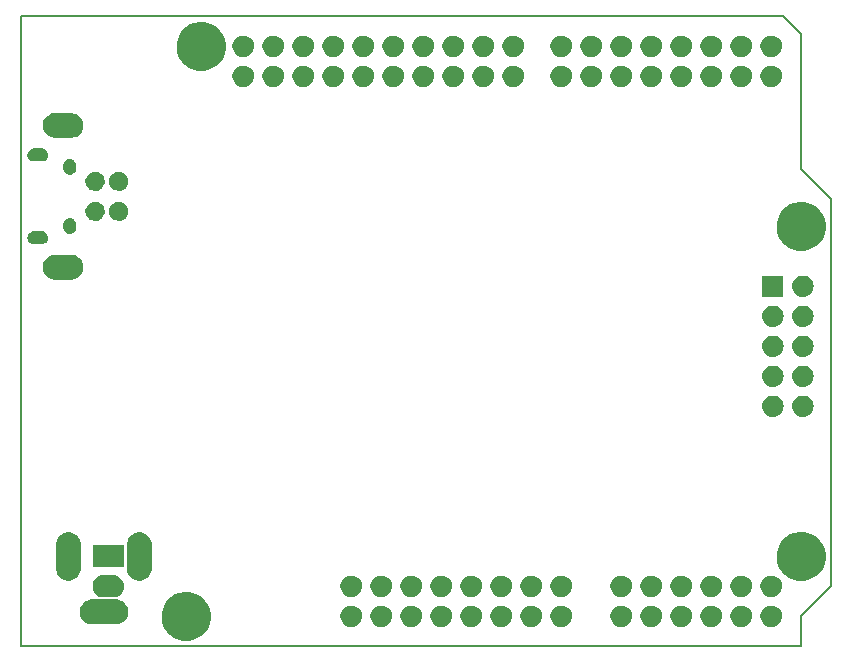
<source format=gbs>
G04 #@! TF.FileFunction,Soldermask,Bot*
%FSLAX46Y46*%
G04 Gerber Fmt 4.6, Leading zero omitted, Abs format (unit mm)*
G04 Created by KiCad (PCBNEW (2015-07-11 BZR 5925, Git c291b88)-product) date 2015/12/7 0:21:45*
%MOMM*%
G01*
G04 APERTURE LIST*
%ADD10C,0.100000*%
%ADD11C,0.150000*%
G04 APERTURE END LIST*
D10*
D11*
X177038000Y-74549000D02*
X175514000Y-73025000D01*
X177038000Y-85979000D02*
X177038000Y-74549000D01*
X179578000Y-88519000D02*
X177038000Y-85979000D01*
X179578000Y-121285000D02*
X179578000Y-88519000D01*
X177038000Y-123825000D02*
X179578000Y-121285000D01*
X177038000Y-126365000D02*
X177038000Y-123825000D01*
X110998000Y-126365000D02*
X177038000Y-126365000D01*
X110998000Y-73025000D02*
X110998000Y-126365000D01*
X175514000Y-73025000D02*
X110998000Y-73025000D01*
D10*
G36*
X113276364Y-84710091D02*
X113274641Y-84833468D01*
X113274544Y-84833894D01*
X113274544Y-84833906D01*
X113250713Y-84938801D01*
X113206777Y-85037480D01*
X113144513Y-85125746D01*
X113066289Y-85200238D01*
X112975087Y-85258116D01*
X112874376Y-85297180D01*
X112768003Y-85315937D01*
X112660010Y-85313674D01*
X112653742Y-85312296D01*
X112629074Y-85311779D01*
X112605500Y-85315937D01*
X112497510Y-85313674D01*
X112491242Y-85312296D01*
X112466574Y-85311779D01*
X112443000Y-85315937D01*
X112335010Y-85313674D01*
X112328742Y-85312296D01*
X112304074Y-85311779D01*
X112280500Y-85315937D01*
X112172510Y-85313674D01*
X112166242Y-85312296D01*
X112141574Y-85311779D01*
X112118000Y-85315937D01*
X112010009Y-85313674D01*
X111904510Y-85290479D01*
X111805524Y-85247233D01*
X111716828Y-85185587D01*
X111641792Y-85107886D01*
X111583277Y-85017089D01*
X111543513Y-84916656D01*
X111524014Y-84810413D01*
X111525522Y-84702402D01*
X111547979Y-84596749D01*
X111590532Y-84497466D01*
X111651558Y-84408339D01*
X111728735Y-84332761D01*
X111819123Y-84273613D01*
X111919273Y-84233151D01*
X112025379Y-84212909D01*
X112133390Y-84213664D01*
X112145415Y-84216132D01*
X112170082Y-84216304D01*
X112187878Y-84212909D01*
X112295890Y-84213664D01*
X112307915Y-84216132D01*
X112332582Y-84216304D01*
X112350378Y-84212909D01*
X112458390Y-84213664D01*
X112470415Y-84216132D01*
X112495082Y-84216304D01*
X112512878Y-84212909D01*
X112620890Y-84213664D01*
X112632915Y-84216132D01*
X112657582Y-84216304D01*
X112675378Y-84212909D01*
X112783391Y-84213664D01*
X112889206Y-84235384D01*
X112988780Y-84277242D01*
X113078334Y-84337647D01*
X113154446Y-84414292D01*
X113214222Y-84504262D01*
X113255385Y-84604130D01*
X113276279Y-84709653D01*
X113276278Y-84709661D01*
X113276364Y-84710091D01*
X113276364Y-84710091D01*
G37*
G36*
X113281364Y-91710091D02*
X113279641Y-91833468D01*
X113279544Y-91833894D01*
X113279544Y-91833906D01*
X113255713Y-91938801D01*
X113211777Y-92037480D01*
X113149513Y-92125746D01*
X113071289Y-92200238D01*
X112980087Y-92258116D01*
X112879376Y-92297180D01*
X112773003Y-92315937D01*
X112665010Y-92313674D01*
X112657626Y-92312051D01*
X112632962Y-92311535D01*
X112608001Y-92315937D01*
X112500010Y-92313674D01*
X112492626Y-92312051D01*
X112467962Y-92311535D01*
X112443001Y-92315937D01*
X112335010Y-92313674D01*
X112328742Y-92312296D01*
X112304074Y-92311779D01*
X112280500Y-92315937D01*
X112172510Y-92313674D01*
X112166242Y-92312296D01*
X112141574Y-92311779D01*
X112118000Y-92315937D01*
X112010009Y-92313674D01*
X111904510Y-92290479D01*
X111805524Y-92247233D01*
X111716828Y-92185587D01*
X111641792Y-92107886D01*
X111583277Y-92017089D01*
X111543513Y-91916656D01*
X111524014Y-91810413D01*
X111525522Y-91702402D01*
X111547979Y-91596749D01*
X111590532Y-91497466D01*
X111651558Y-91408339D01*
X111728735Y-91332761D01*
X111819123Y-91273613D01*
X111919273Y-91233151D01*
X112025379Y-91212909D01*
X112133390Y-91213664D01*
X112145415Y-91216132D01*
X112170082Y-91216304D01*
X112187878Y-91212909D01*
X112295890Y-91213664D01*
X112307915Y-91216132D01*
X112332582Y-91216304D01*
X112350378Y-91212909D01*
X112458391Y-91213664D01*
X112471621Y-91216379D01*
X112496287Y-91216551D01*
X112515378Y-91212909D01*
X112623391Y-91213664D01*
X112636621Y-91216379D01*
X112661287Y-91216551D01*
X112680378Y-91212909D01*
X112788391Y-91213664D01*
X112894206Y-91235384D01*
X112993780Y-91277242D01*
X113083334Y-91337647D01*
X113159446Y-91414292D01*
X113219222Y-91504262D01*
X113260385Y-91604130D01*
X113281279Y-91709653D01*
X113281278Y-91709661D01*
X113281364Y-91710091D01*
X113281364Y-91710091D01*
G37*
G36*
X115626362Y-85862543D02*
X115624718Y-85980319D01*
X115624621Y-85980745D01*
X115624621Y-85980757D01*
X115601876Y-86080872D01*
X115559934Y-86175072D01*
X115500496Y-86259332D01*
X115425823Y-86330442D01*
X115338761Y-86385694D01*
X115242620Y-86422985D01*
X115141075Y-86440890D01*
X115037984Y-86438730D01*
X114937269Y-86416586D01*
X114842780Y-86375306D01*
X114758109Y-86316457D01*
X114686479Y-86242282D01*
X114630620Y-86155606D01*
X114592661Y-86059732D01*
X114574047Y-85958311D01*
X114575486Y-85855201D01*
X114576718Y-85849404D01*
X114577062Y-85824745D01*
X114574047Y-85808314D01*
X114575486Y-85705201D01*
X114576718Y-85699404D01*
X114577062Y-85674745D01*
X114574047Y-85658314D01*
X114575486Y-85555203D01*
X114596924Y-85454345D01*
X114637544Y-85359571D01*
X114695804Y-85274485D01*
X114769476Y-85202340D01*
X114855760Y-85145877D01*
X114951367Y-85107249D01*
X115052656Y-85087927D01*
X115155766Y-85088648D01*
X115256778Y-85109382D01*
X115351831Y-85149339D01*
X115437321Y-85207003D01*
X115509978Y-85280169D01*
X115567042Y-85366056D01*
X115606336Y-85461391D01*
X115626278Y-85562104D01*
X115626277Y-85562117D01*
X115626362Y-85562543D01*
X115624718Y-85680319D01*
X115624621Y-85680744D01*
X115624528Y-85687429D01*
X115625054Y-85687436D01*
X115624812Y-85704698D01*
X115626278Y-85712100D01*
X115626277Y-85712117D01*
X115626362Y-85712543D01*
X115624718Y-85830319D01*
X115624621Y-85830744D01*
X115624528Y-85837429D01*
X115625054Y-85837436D01*
X115624812Y-85854698D01*
X115626278Y-85862100D01*
X115626277Y-85862117D01*
X115626362Y-85862543D01*
X115626362Y-85862543D01*
G37*
G36*
X115626362Y-90862543D02*
X115624718Y-90980319D01*
X115624621Y-90980745D01*
X115624621Y-90980757D01*
X115601876Y-91080872D01*
X115559934Y-91175072D01*
X115500496Y-91259332D01*
X115425823Y-91330442D01*
X115338761Y-91385694D01*
X115242620Y-91422985D01*
X115141075Y-91440890D01*
X115037984Y-91438730D01*
X114937269Y-91416586D01*
X114842780Y-91375306D01*
X114758109Y-91316457D01*
X114686479Y-91242282D01*
X114630620Y-91155606D01*
X114592661Y-91059732D01*
X114574047Y-90958311D01*
X114575486Y-90855201D01*
X114576718Y-90849404D01*
X114577062Y-90824745D01*
X114574047Y-90808314D01*
X114575486Y-90705201D01*
X114576718Y-90699404D01*
X114577062Y-90674745D01*
X114574047Y-90658314D01*
X114575486Y-90555203D01*
X114596924Y-90454345D01*
X114637544Y-90359571D01*
X114695804Y-90274485D01*
X114769476Y-90202340D01*
X114855760Y-90145877D01*
X114951367Y-90107249D01*
X115052656Y-90087927D01*
X115155766Y-90088648D01*
X115256778Y-90109382D01*
X115351831Y-90149339D01*
X115437321Y-90207003D01*
X115509978Y-90280169D01*
X115567042Y-90366056D01*
X115606336Y-90461391D01*
X115626278Y-90562104D01*
X115626277Y-90562117D01*
X115626362Y-90562543D01*
X115624718Y-90680319D01*
X115624621Y-90680744D01*
X115624528Y-90687429D01*
X115625054Y-90687436D01*
X115624812Y-90704698D01*
X115626278Y-90712100D01*
X115626277Y-90712117D01*
X115626362Y-90712543D01*
X115624718Y-90830319D01*
X115624621Y-90830744D01*
X115624528Y-90837429D01*
X115625054Y-90837436D01*
X115624812Y-90854698D01*
X115626278Y-90862100D01*
X115626277Y-90862117D01*
X115626362Y-90862543D01*
X115626362Y-90862543D01*
G37*
G36*
X116059505Y-119641964D02*
X116056218Y-119877337D01*
X116056122Y-119877758D01*
X116056122Y-119877776D01*
X116010566Y-120078290D01*
X115926751Y-120266544D01*
X115807960Y-120434940D01*
X115658729Y-120577050D01*
X115484737Y-120687469D01*
X115292606Y-120761992D01*
X115089668Y-120797776D01*
X114883641Y-120793460D01*
X114682370Y-120749207D01*
X114493534Y-120666708D01*
X114324319Y-120549099D01*
X114181167Y-120400861D01*
X114069538Y-120227646D01*
X113993676Y-120036042D01*
X113956476Y-119833354D01*
X113959353Y-119627295D01*
X113959524Y-119626491D01*
X113959867Y-119601836D01*
X113956476Y-119583357D01*
X113959353Y-119377295D01*
X113959524Y-119376491D01*
X113959867Y-119351836D01*
X113956476Y-119333357D01*
X113959353Y-119127295D01*
X113959524Y-119126491D01*
X113959867Y-119101836D01*
X113956476Y-119083357D01*
X113959353Y-118877295D01*
X113959524Y-118876491D01*
X113959867Y-118851836D01*
X113956476Y-118833357D01*
X113959353Y-118627295D01*
X113959524Y-118626491D01*
X113959867Y-118601836D01*
X113956476Y-118583357D01*
X113959353Y-118377295D01*
X113959524Y-118376491D01*
X113959867Y-118351836D01*
X113956476Y-118333357D01*
X113959353Y-118127295D01*
X113959524Y-118126491D01*
X113959867Y-118101836D01*
X113956476Y-118083357D01*
X113959353Y-117877295D01*
X113959524Y-117876491D01*
X113959867Y-117851836D01*
X113956476Y-117833357D01*
X113959353Y-117627298D01*
X114002197Y-117425733D01*
X114083377Y-117236326D01*
X114199804Y-117066288D01*
X114347040Y-116922104D01*
X114519470Y-116809269D01*
X114710539Y-116732073D01*
X114912963Y-116693457D01*
X115119029Y-116694897D01*
X115320896Y-116736333D01*
X115510863Y-116816189D01*
X115681709Y-116931425D01*
X115826916Y-117077650D01*
X115940951Y-117249286D01*
X116019481Y-117439814D01*
X116059421Y-117641525D01*
X116059420Y-117641538D01*
X116059505Y-117641964D01*
X116056331Y-117869239D01*
X116057457Y-117881604D01*
X116059421Y-117891521D01*
X116059420Y-117891538D01*
X116059505Y-117891964D01*
X116056331Y-118119239D01*
X116057457Y-118131604D01*
X116059421Y-118141521D01*
X116059420Y-118141538D01*
X116059505Y-118141964D01*
X116056331Y-118369239D01*
X116057457Y-118381604D01*
X116059421Y-118391521D01*
X116059420Y-118391538D01*
X116059505Y-118391964D01*
X116056331Y-118619239D01*
X116057457Y-118631604D01*
X116059421Y-118641521D01*
X116059420Y-118641538D01*
X116059505Y-118641964D01*
X116056331Y-118869239D01*
X116057457Y-118881604D01*
X116059421Y-118891521D01*
X116059420Y-118891538D01*
X116059505Y-118891964D01*
X116056331Y-119119239D01*
X116057457Y-119131604D01*
X116059421Y-119141521D01*
X116059420Y-119141538D01*
X116059505Y-119141964D01*
X116056331Y-119369239D01*
X116057457Y-119381604D01*
X116059421Y-119391521D01*
X116059420Y-119391538D01*
X116059505Y-119391964D01*
X116056331Y-119619239D01*
X116057457Y-119631604D01*
X116059421Y-119641521D01*
X116059420Y-119641538D01*
X116059505Y-119641964D01*
X116059505Y-119641964D01*
G37*
G36*
X116263845Y-82162484D02*
X116260558Y-82397857D01*
X116260462Y-82398278D01*
X116260462Y-82398296D01*
X116214906Y-82598810D01*
X116131091Y-82787064D01*
X116012300Y-82955460D01*
X115863069Y-83097570D01*
X115689077Y-83207989D01*
X115496946Y-83282512D01*
X115294008Y-83318296D01*
X115103589Y-83314307D01*
X115091231Y-83315258D01*
X115074006Y-83318296D01*
X114883589Y-83314307D01*
X114871231Y-83315258D01*
X114854006Y-83318296D01*
X114663589Y-83314307D01*
X114651231Y-83315258D01*
X114634006Y-83318296D01*
X114443589Y-83314307D01*
X114431231Y-83315258D01*
X114414006Y-83318296D01*
X114223589Y-83314307D01*
X114211231Y-83315258D01*
X114194006Y-83318296D01*
X114003589Y-83314307D01*
X113991231Y-83315258D01*
X113974006Y-83318296D01*
X113767981Y-83313980D01*
X113566710Y-83269727D01*
X113377874Y-83187228D01*
X113208659Y-83069619D01*
X113065507Y-82921381D01*
X112953878Y-82748166D01*
X112878016Y-82556562D01*
X112840816Y-82353874D01*
X112843693Y-82147818D01*
X112886537Y-81946253D01*
X112967717Y-81756846D01*
X113084144Y-81586808D01*
X113231380Y-81442624D01*
X113403810Y-81329789D01*
X113594879Y-81252593D01*
X113797303Y-81213977D01*
X114003306Y-81215416D01*
X114015646Y-81214294D01*
X114017305Y-81213977D01*
X114223306Y-81215416D01*
X114235646Y-81214294D01*
X114237305Y-81213977D01*
X114443306Y-81215416D01*
X114455646Y-81214294D01*
X114457305Y-81213977D01*
X114663306Y-81215416D01*
X114675646Y-81214294D01*
X114677305Y-81213977D01*
X114883306Y-81215416D01*
X114895646Y-81214294D01*
X114897305Y-81213977D01*
X115103306Y-81215416D01*
X115115646Y-81214294D01*
X115117305Y-81213978D01*
X115323369Y-81215417D01*
X115525236Y-81256853D01*
X115715203Y-81336709D01*
X115886049Y-81451945D01*
X116031256Y-81598170D01*
X116145291Y-81769806D01*
X116223821Y-81960334D01*
X116263761Y-82162045D01*
X116263760Y-82162058D01*
X116263845Y-82162484D01*
X116263845Y-82162484D01*
G37*
G36*
X116263845Y-94161444D02*
X116260558Y-94396817D01*
X116260462Y-94397238D01*
X116260462Y-94397256D01*
X116214906Y-94597770D01*
X116131091Y-94786024D01*
X116012300Y-94954420D01*
X115863069Y-95096530D01*
X115689077Y-95206949D01*
X115496946Y-95281472D01*
X115294008Y-95317256D01*
X115103589Y-95313267D01*
X115091231Y-95314218D01*
X115074006Y-95317256D01*
X114883589Y-95313267D01*
X114871231Y-95314218D01*
X114854006Y-95317256D01*
X114663589Y-95313267D01*
X114651231Y-95314218D01*
X114634006Y-95317256D01*
X114443589Y-95313267D01*
X114431231Y-95314218D01*
X114414006Y-95317256D01*
X114223589Y-95313267D01*
X114211231Y-95314218D01*
X114194006Y-95317256D01*
X114003589Y-95313267D01*
X113991231Y-95314218D01*
X113974006Y-95317256D01*
X113767981Y-95312940D01*
X113566710Y-95268687D01*
X113377874Y-95186188D01*
X113208659Y-95068579D01*
X113065507Y-94920341D01*
X112953878Y-94747126D01*
X112878016Y-94555522D01*
X112840816Y-94352834D01*
X112843693Y-94146778D01*
X112886537Y-93945213D01*
X112967717Y-93755806D01*
X113084144Y-93585768D01*
X113231380Y-93441584D01*
X113403810Y-93328749D01*
X113594879Y-93251553D01*
X113797303Y-93212937D01*
X114003306Y-93214376D01*
X114015646Y-93213254D01*
X114017305Y-93212937D01*
X114223306Y-93214376D01*
X114235646Y-93213254D01*
X114237305Y-93212937D01*
X114443306Y-93214376D01*
X114455646Y-93213254D01*
X114457305Y-93212937D01*
X114663306Y-93214376D01*
X114675646Y-93213254D01*
X114677305Y-93212937D01*
X114883306Y-93214376D01*
X114895646Y-93213254D01*
X114897305Y-93212937D01*
X115103306Y-93214376D01*
X115115646Y-93213254D01*
X115117305Y-93212938D01*
X115323369Y-93214377D01*
X115525236Y-93255813D01*
X115715203Y-93335669D01*
X115886049Y-93450905D01*
X116031256Y-93597130D01*
X116145291Y-93768766D01*
X116223821Y-93959294D01*
X116263761Y-94161005D01*
X116263760Y-94161018D01*
X116263845Y-94161444D01*
X116263845Y-94161444D01*
G37*
G36*
X118065855Y-86915301D02*
X118063313Y-87097364D01*
X118063216Y-87097790D01*
X118063216Y-87097801D01*
X118028000Y-87252803D01*
X117963169Y-87398417D01*
X117871283Y-87528673D01*
X117755853Y-87638596D01*
X117621269Y-87724006D01*
X117472654Y-87781650D01*
X117315680Y-87809329D01*
X117156318Y-87805990D01*
X117000632Y-87771760D01*
X116854567Y-87707947D01*
X116723679Y-87616976D01*
X116612951Y-87502314D01*
X116526602Y-87368327D01*
X116467924Y-87220123D01*
X116439149Y-87063343D01*
X116441375Y-86903956D01*
X116474514Y-86748047D01*
X116537310Y-86601534D01*
X116627363Y-86470014D01*
X116741253Y-86358484D01*
X116874628Y-86271206D01*
X117022421Y-86211495D01*
X117178998Y-86181625D01*
X117338390Y-86182739D01*
X117494537Y-86214790D01*
X117641476Y-86276558D01*
X117773627Y-86365695D01*
X117885944Y-86478798D01*
X117974154Y-86611566D01*
X118034896Y-86758937D01*
X118065771Y-86914862D01*
X118065770Y-86914875D01*
X118065855Y-86915301D01*
X118065855Y-86915301D01*
G37*
G36*
X118065855Y-89455301D02*
X118063313Y-89637364D01*
X118063216Y-89637790D01*
X118063216Y-89637801D01*
X118028000Y-89792803D01*
X117963169Y-89938417D01*
X117871283Y-90068673D01*
X117755853Y-90178596D01*
X117621269Y-90264006D01*
X117472654Y-90321650D01*
X117315680Y-90349329D01*
X117156318Y-90345990D01*
X117000632Y-90311760D01*
X116854567Y-90247947D01*
X116723679Y-90156976D01*
X116612951Y-90042314D01*
X116526602Y-89908327D01*
X116467924Y-89760123D01*
X116439149Y-89603343D01*
X116441375Y-89443956D01*
X116474514Y-89288047D01*
X116537310Y-89141534D01*
X116627363Y-89010014D01*
X116741253Y-88898484D01*
X116874628Y-88811206D01*
X117022421Y-88751495D01*
X117178998Y-88721625D01*
X117338390Y-88722739D01*
X117494537Y-88754790D01*
X117641476Y-88816558D01*
X117773627Y-88905695D01*
X117885944Y-89018798D01*
X117974154Y-89151566D01*
X118034896Y-89298937D01*
X118065771Y-89454862D01*
X118065770Y-89454875D01*
X118065855Y-89455301D01*
X118065855Y-89455301D01*
G37*
G36*
X119684800Y-119684800D02*
X117043200Y-119684800D01*
X117043200Y-117805200D01*
X119684800Y-117805200D01*
X119684800Y-119684800D01*
X119684800Y-119684800D01*
G37*
G36*
X119691171Y-121291561D02*
X119672005Y-121473911D01*
X119672001Y-121473923D01*
X119671996Y-121473973D01*
X119617758Y-121649187D01*
X119530521Y-121810529D01*
X119413606Y-121951855D01*
X119271468Y-122067779D01*
X119109521Y-122153888D01*
X118933932Y-122206902D01*
X118751391Y-122224800D01*
X118748591Y-122224800D01*
X117976609Y-122224800D01*
X117976460Y-122224800D01*
X117966067Y-122224727D01*
X117966058Y-122224726D01*
X117963487Y-122224708D01*
X117781214Y-122204263D01*
X117606382Y-122148803D01*
X117445653Y-122060442D01*
X117305148Y-121942544D01*
X117190218Y-121799600D01*
X117105242Y-121637055D01*
X117053455Y-121461101D01*
X117053451Y-121461058D01*
X117053448Y-121461048D01*
X117036829Y-121278439D01*
X117055995Y-121096089D01*
X117055998Y-121096076D01*
X117056004Y-121096027D01*
X117110242Y-120920813D01*
X117197479Y-120759471D01*
X117314394Y-120618145D01*
X117456532Y-120502221D01*
X117618479Y-120416112D01*
X117794068Y-120363098D01*
X117976609Y-120345200D01*
X117979409Y-120345200D01*
X118751391Y-120345200D01*
X118751540Y-120345200D01*
X118761933Y-120345273D01*
X118761941Y-120345273D01*
X118764513Y-120345292D01*
X118946786Y-120365737D01*
X119121618Y-120421197D01*
X119282347Y-120509558D01*
X119422852Y-120627456D01*
X119537782Y-120770400D01*
X119622758Y-120932945D01*
X119674545Y-121108899D01*
X119674548Y-121108941D01*
X119674552Y-121108952D01*
X119691171Y-121291561D01*
X119691171Y-121291561D01*
G37*
G36*
X120059245Y-123340964D02*
X120055958Y-123576337D01*
X120055862Y-123576758D01*
X120055862Y-123576776D01*
X120010306Y-123777290D01*
X119926491Y-123965544D01*
X119807700Y-124133940D01*
X119658469Y-124276050D01*
X119484477Y-124386469D01*
X119292346Y-124460992D01*
X119089408Y-124496776D01*
X118877154Y-124492330D01*
X118877139Y-124493047D01*
X118862315Y-124492735D01*
X118839405Y-124496776D01*
X118627154Y-124492330D01*
X118627139Y-124493047D01*
X118612315Y-124492735D01*
X118589405Y-124496776D01*
X118377154Y-124492330D01*
X118377139Y-124493047D01*
X118362315Y-124492735D01*
X118339405Y-124496776D01*
X118127154Y-124492330D01*
X118127139Y-124493047D01*
X118112315Y-124492735D01*
X118089405Y-124496776D01*
X117877154Y-124492330D01*
X117877139Y-124493047D01*
X117862315Y-124492735D01*
X117839405Y-124496776D01*
X117627154Y-124492330D01*
X117627139Y-124493047D01*
X117612315Y-124492735D01*
X117589405Y-124496776D01*
X117377154Y-124492330D01*
X117377139Y-124493047D01*
X117362315Y-124492735D01*
X117339405Y-124496776D01*
X117127154Y-124492330D01*
X117127139Y-124493047D01*
X117112315Y-124492735D01*
X117089405Y-124496776D01*
X116883381Y-124492460D01*
X116682110Y-124448207D01*
X116493274Y-124365708D01*
X116324059Y-124248099D01*
X116180907Y-124099861D01*
X116069278Y-123926646D01*
X115993416Y-123735042D01*
X115956216Y-123532354D01*
X115959093Y-123326298D01*
X116001937Y-123124733D01*
X116083117Y-122935326D01*
X116199544Y-122765288D01*
X116346780Y-122621104D01*
X116519210Y-122508269D01*
X116710279Y-122431073D01*
X116912703Y-122392457D01*
X117118772Y-122393897D01*
X117123983Y-122394966D01*
X117148646Y-122395139D01*
X117162705Y-122392458D01*
X117368772Y-122393897D01*
X117373983Y-122394966D01*
X117398646Y-122395139D01*
X117412705Y-122392458D01*
X117618772Y-122393897D01*
X117623983Y-122394966D01*
X117648646Y-122395139D01*
X117662705Y-122392458D01*
X117868772Y-122393897D01*
X117873983Y-122394966D01*
X117898646Y-122395139D01*
X117912705Y-122392458D01*
X118118772Y-122393897D01*
X118123983Y-122394966D01*
X118148646Y-122395139D01*
X118162705Y-122392458D01*
X118368772Y-122393897D01*
X118373983Y-122394966D01*
X118398646Y-122395139D01*
X118412705Y-122392458D01*
X118618772Y-122393897D01*
X118623983Y-122394966D01*
X118648646Y-122395139D01*
X118662705Y-122392458D01*
X118868772Y-122393897D01*
X118873983Y-122394966D01*
X118898646Y-122395139D01*
X118912705Y-122392458D01*
X119118769Y-122393897D01*
X119320636Y-122435333D01*
X119510603Y-122515189D01*
X119681449Y-122630425D01*
X119826656Y-122776650D01*
X119940691Y-122948286D01*
X120019221Y-123138814D01*
X120059161Y-123340525D01*
X120059160Y-123340538D01*
X120059245Y-123340964D01*
X120059245Y-123340964D01*
G37*
G36*
X120064835Y-86915301D02*
X120062293Y-87097364D01*
X120062196Y-87097790D01*
X120062196Y-87097801D01*
X120026980Y-87252803D01*
X119962149Y-87398417D01*
X119870263Y-87528673D01*
X119754833Y-87638596D01*
X119620249Y-87724006D01*
X119471634Y-87781650D01*
X119314660Y-87809329D01*
X119155298Y-87805990D01*
X118999612Y-87771760D01*
X118853547Y-87707947D01*
X118722659Y-87616976D01*
X118611931Y-87502314D01*
X118525582Y-87368327D01*
X118466904Y-87220123D01*
X118438129Y-87063343D01*
X118440355Y-86903956D01*
X118473494Y-86748047D01*
X118536290Y-86601534D01*
X118626343Y-86470014D01*
X118740233Y-86358484D01*
X118873608Y-86271206D01*
X119021401Y-86211495D01*
X119177978Y-86181625D01*
X119337370Y-86182739D01*
X119493517Y-86214790D01*
X119640456Y-86276558D01*
X119772607Y-86365695D01*
X119884924Y-86478798D01*
X119973134Y-86611566D01*
X120033876Y-86758937D01*
X120064751Y-86914862D01*
X120064750Y-86914875D01*
X120064835Y-86915301D01*
X120064835Y-86915301D01*
G37*
G36*
X120064835Y-89455301D02*
X120062293Y-89637364D01*
X120062196Y-89637790D01*
X120062196Y-89637801D01*
X120026980Y-89792803D01*
X119962149Y-89938417D01*
X119870263Y-90068673D01*
X119754833Y-90178596D01*
X119620249Y-90264006D01*
X119471634Y-90321650D01*
X119314660Y-90349329D01*
X119155298Y-90345990D01*
X118999612Y-90311760D01*
X118853547Y-90247947D01*
X118722659Y-90156976D01*
X118611931Y-90042314D01*
X118525582Y-89908327D01*
X118466904Y-89760123D01*
X118438129Y-89603343D01*
X118440355Y-89443956D01*
X118473494Y-89288047D01*
X118536290Y-89141534D01*
X118626343Y-89010014D01*
X118740233Y-88898484D01*
X118873608Y-88811206D01*
X119021401Y-88751495D01*
X119177978Y-88721625D01*
X119337370Y-88722739D01*
X119493517Y-88754790D01*
X119640456Y-88816558D01*
X119772607Y-88905695D01*
X119884924Y-89018798D01*
X119973134Y-89151566D01*
X120033876Y-89298937D01*
X120064751Y-89454862D01*
X120064750Y-89454875D01*
X120064835Y-89455301D01*
X120064835Y-89455301D01*
G37*
G36*
X122058985Y-119641964D02*
X122055698Y-119877337D01*
X122055602Y-119877758D01*
X122055602Y-119877776D01*
X122010046Y-120078290D01*
X121926231Y-120266544D01*
X121807440Y-120434940D01*
X121658209Y-120577050D01*
X121484217Y-120687469D01*
X121292086Y-120761992D01*
X121089148Y-120797776D01*
X120883121Y-120793460D01*
X120681850Y-120749207D01*
X120493014Y-120666708D01*
X120323799Y-120549099D01*
X120180647Y-120400861D01*
X120069018Y-120227646D01*
X119993156Y-120036042D01*
X119955956Y-119833354D01*
X119958833Y-119627295D01*
X119959004Y-119626491D01*
X119959347Y-119601836D01*
X119955956Y-119583357D01*
X119958833Y-119377295D01*
X119959004Y-119376491D01*
X119959347Y-119351836D01*
X119955956Y-119333357D01*
X119958833Y-119127295D01*
X119959004Y-119126491D01*
X119959347Y-119101836D01*
X119955956Y-119083357D01*
X119958833Y-118877295D01*
X119959004Y-118876491D01*
X119959347Y-118851836D01*
X119955956Y-118833357D01*
X119958833Y-118627295D01*
X119959004Y-118626491D01*
X119959347Y-118601836D01*
X119955956Y-118583357D01*
X119958833Y-118377295D01*
X119959004Y-118376491D01*
X119959347Y-118351836D01*
X119955956Y-118333357D01*
X119958833Y-118127295D01*
X119959004Y-118126491D01*
X119959347Y-118101836D01*
X119955956Y-118083357D01*
X119958833Y-117877295D01*
X119959004Y-117876491D01*
X119959347Y-117851836D01*
X119955956Y-117833357D01*
X119958833Y-117627298D01*
X120001677Y-117425733D01*
X120082857Y-117236326D01*
X120199284Y-117066288D01*
X120346520Y-116922104D01*
X120518950Y-116809269D01*
X120710019Y-116732073D01*
X120912443Y-116693457D01*
X121118509Y-116694897D01*
X121320376Y-116736333D01*
X121510343Y-116816189D01*
X121681189Y-116931425D01*
X121826396Y-117077650D01*
X121940431Y-117249286D01*
X122018961Y-117439814D01*
X122058901Y-117641525D01*
X122058900Y-117641538D01*
X122058985Y-117641964D01*
X122055811Y-117869239D01*
X122056937Y-117881604D01*
X122058901Y-117891521D01*
X122058900Y-117891538D01*
X122058985Y-117891964D01*
X122055811Y-118119239D01*
X122056937Y-118131604D01*
X122058901Y-118141521D01*
X122058900Y-118141538D01*
X122058985Y-118141964D01*
X122055811Y-118369239D01*
X122056937Y-118381604D01*
X122058901Y-118391521D01*
X122058900Y-118391538D01*
X122058985Y-118391964D01*
X122055811Y-118619239D01*
X122056937Y-118631604D01*
X122058901Y-118641521D01*
X122058900Y-118641538D01*
X122058985Y-118641964D01*
X122055811Y-118869239D01*
X122056937Y-118881604D01*
X122058901Y-118891521D01*
X122058900Y-118891538D01*
X122058985Y-118891964D01*
X122055811Y-119119239D01*
X122056937Y-119131604D01*
X122058901Y-119141521D01*
X122058900Y-119141538D01*
X122058985Y-119141964D01*
X122055811Y-119369239D01*
X122056937Y-119381604D01*
X122058901Y-119391521D01*
X122058900Y-119391538D01*
X122058985Y-119391964D01*
X122055811Y-119619239D01*
X122056937Y-119631604D01*
X122058901Y-119641521D01*
X122058900Y-119641538D01*
X122058985Y-119641964D01*
X122058985Y-119641964D01*
G37*
G36*
X127050890Y-123620771D02*
X127044375Y-124087307D01*
X127044278Y-124087733D01*
X127044278Y-124087745D01*
X126953885Y-124485616D01*
X126787751Y-124858758D01*
X126552299Y-125192532D01*
X126256506Y-125474212D01*
X125911634Y-125693074D01*
X125530814Y-125840785D01*
X125128565Y-125911713D01*
X124720197Y-125903158D01*
X124321262Y-125815446D01*
X123946967Y-125651922D01*
X123611564Y-125418809D01*
X123327822Y-125124987D01*
X123106559Y-124781653D01*
X122956194Y-124401876D01*
X122882460Y-124000128D01*
X122888163Y-123591706D01*
X122973085Y-123192177D01*
X123133995Y-122816748D01*
X123364759Y-122479724D01*
X123656596Y-122193936D01*
X123998374Y-121970283D01*
X124377094Y-121817270D01*
X124778318Y-121740732D01*
X125186764Y-121743585D01*
X125586883Y-121825716D01*
X125963422Y-121983999D01*
X126302053Y-122212409D01*
X126589868Y-122502241D01*
X126815902Y-122842448D01*
X126971555Y-123220090D01*
X127050805Y-123620332D01*
X127050804Y-123620341D01*
X127050890Y-123620771D01*
X127050890Y-123620771D01*
G37*
G36*
X128320890Y-75360771D02*
X128314375Y-75827307D01*
X128314278Y-75827733D01*
X128314278Y-75827745D01*
X128223885Y-76225616D01*
X128057751Y-76598758D01*
X127822299Y-76932532D01*
X127526506Y-77214212D01*
X127181634Y-77433074D01*
X126800814Y-77580785D01*
X126398565Y-77651713D01*
X125990197Y-77643158D01*
X125591262Y-77555446D01*
X125216967Y-77391922D01*
X124881564Y-77158809D01*
X124597822Y-76864987D01*
X124376559Y-76521653D01*
X124226194Y-76141876D01*
X124152460Y-75740128D01*
X124158163Y-75331706D01*
X124243085Y-74932177D01*
X124403995Y-74556748D01*
X124634759Y-74219724D01*
X124926596Y-73933936D01*
X125268374Y-73710283D01*
X125647094Y-73557270D01*
X126048318Y-73480732D01*
X126456764Y-73483585D01*
X126856883Y-73565716D01*
X127233422Y-73723999D01*
X127572053Y-73952409D01*
X127859868Y-74242241D01*
X128085902Y-74582448D01*
X128241555Y-74960090D01*
X128320805Y-75360332D01*
X128320804Y-75360341D01*
X128320890Y-75360771D01*
X128320890Y-75360771D01*
G37*
G36*
X130708439Y-75475338D02*
X130705579Y-75680159D01*
X130705483Y-75680580D01*
X130705483Y-75680597D01*
X130665854Y-75855027D01*
X130592916Y-76018847D01*
X130489549Y-76165380D01*
X130359687Y-76289046D01*
X130208280Y-76385131D01*
X130041088Y-76449981D01*
X129864493Y-76481120D01*
X129685209Y-76477364D01*
X129510065Y-76438856D01*
X129345740Y-76367065D01*
X129198491Y-76264723D01*
X129073920Y-76135727D01*
X128976781Y-75984996D01*
X128910766Y-75818263D01*
X128878395Y-75641886D01*
X128880899Y-75462576D01*
X128918181Y-75287176D01*
X128988825Y-75122352D01*
X129090138Y-74974387D01*
X129218259Y-74848922D01*
X129368308Y-74750733D01*
X129534578Y-74683555D01*
X129710726Y-74649953D01*
X129890042Y-74651206D01*
X130065706Y-74687264D01*
X130231014Y-74756753D01*
X130379683Y-74857032D01*
X130506040Y-74984275D01*
X130605276Y-75133635D01*
X130673611Y-75299429D01*
X130708355Y-75474900D01*
X130708354Y-75474912D01*
X130708439Y-75475338D01*
X130708439Y-75475338D01*
G37*
G36*
X130708439Y-78015338D02*
X130705579Y-78220159D01*
X130705483Y-78220580D01*
X130705483Y-78220597D01*
X130665854Y-78395027D01*
X130592916Y-78558847D01*
X130489549Y-78705380D01*
X130359687Y-78829046D01*
X130208280Y-78925131D01*
X130041088Y-78989981D01*
X129864493Y-79021120D01*
X129685209Y-79017364D01*
X129510065Y-78978856D01*
X129345740Y-78907065D01*
X129198491Y-78804723D01*
X129073920Y-78675727D01*
X128976781Y-78524996D01*
X128910766Y-78358263D01*
X128878395Y-78181886D01*
X128880899Y-78002576D01*
X128918181Y-77827176D01*
X128988825Y-77662352D01*
X129090138Y-77514387D01*
X129218259Y-77388922D01*
X129368308Y-77290733D01*
X129534578Y-77223555D01*
X129710726Y-77189953D01*
X129890042Y-77191206D01*
X130065706Y-77227264D01*
X130231014Y-77296753D01*
X130379683Y-77397032D01*
X130506040Y-77524275D01*
X130605276Y-77673635D01*
X130673611Y-77839429D01*
X130708355Y-78014900D01*
X130708354Y-78014912D01*
X130708439Y-78015338D01*
X130708439Y-78015338D01*
G37*
G36*
X133248439Y-75475338D02*
X133245579Y-75680159D01*
X133245483Y-75680580D01*
X133245483Y-75680597D01*
X133205854Y-75855027D01*
X133132916Y-76018847D01*
X133029549Y-76165380D01*
X132899687Y-76289046D01*
X132748280Y-76385131D01*
X132581088Y-76449981D01*
X132404493Y-76481120D01*
X132225209Y-76477364D01*
X132050065Y-76438856D01*
X131885740Y-76367065D01*
X131738491Y-76264723D01*
X131613920Y-76135727D01*
X131516781Y-75984996D01*
X131450766Y-75818263D01*
X131418395Y-75641886D01*
X131420899Y-75462576D01*
X131458181Y-75287176D01*
X131528825Y-75122352D01*
X131630138Y-74974387D01*
X131758259Y-74848922D01*
X131908308Y-74750733D01*
X132074578Y-74683555D01*
X132250726Y-74649953D01*
X132430042Y-74651206D01*
X132605706Y-74687264D01*
X132771014Y-74756753D01*
X132919683Y-74857032D01*
X133046040Y-74984275D01*
X133145276Y-75133635D01*
X133213611Y-75299429D01*
X133248355Y-75474900D01*
X133248354Y-75474912D01*
X133248439Y-75475338D01*
X133248439Y-75475338D01*
G37*
G36*
X133248439Y-78015338D02*
X133245579Y-78220159D01*
X133245483Y-78220580D01*
X133245483Y-78220597D01*
X133205854Y-78395027D01*
X133132916Y-78558847D01*
X133029549Y-78705380D01*
X132899687Y-78829046D01*
X132748280Y-78925131D01*
X132581088Y-78989981D01*
X132404493Y-79021120D01*
X132225209Y-79017364D01*
X132050065Y-78978856D01*
X131885740Y-78907065D01*
X131738491Y-78804723D01*
X131613920Y-78675727D01*
X131516781Y-78524996D01*
X131450766Y-78358263D01*
X131418395Y-78181886D01*
X131420899Y-78002576D01*
X131458181Y-77827176D01*
X131528825Y-77662352D01*
X131630138Y-77514387D01*
X131758259Y-77388922D01*
X131908308Y-77290733D01*
X132074578Y-77223555D01*
X132250726Y-77189953D01*
X132430042Y-77191206D01*
X132605706Y-77227264D01*
X132771014Y-77296753D01*
X132919683Y-77397032D01*
X133046040Y-77524275D01*
X133145276Y-77673635D01*
X133213611Y-77839429D01*
X133248355Y-78014900D01*
X133248354Y-78014912D01*
X133248439Y-78015338D01*
X133248439Y-78015338D01*
G37*
G36*
X135788439Y-75475338D02*
X135785579Y-75680159D01*
X135785483Y-75680580D01*
X135785483Y-75680597D01*
X135745854Y-75855027D01*
X135672916Y-76018847D01*
X135569549Y-76165380D01*
X135439687Y-76289046D01*
X135288280Y-76385131D01*
X135121088Y-76449981D01*
X134944493Y-76481120D01*
X134765209Y-76477364D01*
X134590065Y-76438856D01*
X134425740Y-76367065D01*
X134278491Y-76264723D01*
X134153920Y-76135727D01*
X134056781Y-75984996D01*
X133990766Y-75818263D01*
X133958395Y-75641886D01*
X133960899Y-75462576D01*
X133998181Y-75287176D01*
X134068825Y-75122352D01*
X134170138Y-74974387D01*
X134298259Y-74848922D01*
X134448308Y-74750733D01*
X134614578Y-74683555D01*
X134790726Y-74649953D01*
X134970042Y-74651206D01*
X135145706Y-74687264D01*
X135311014Y-74756753D01*
X135459683Y-74857032D01*
X135586040Y-74984275D01*
X135685276Y-75133635D01*
X135753611Y-75299429D01*
X135788355Y-75474900D01*
X135788354Y-75474912D01*
X135788439Y-75475338D01*
X135788439Y-75475338D01*
G37*
G36*
X135788439Y-78015338D02*
X135785579Y-78220159D01*
X135785483Y-78220580D01*
X135785483Y-78220597D01*
X135745854Y-78395027D01*
X135672916Y-78558847D01*
X135569549Y-78705380D01*
X135439687Y-78829046D01*
X135288280Y-78925131D01*
X135121088Y-78989981D01*
X134944493Y-79021120D01*
X134765209Y-79017364D01*
X134590065Y-78978856D01*
X134425740Y-78907065D01*
X134278491Y-78804723D01*
X134153920Y-78675727D01*
X134056781Y-78524996D01*
X133990766Y-78358263D01*
X133958395Y-78181886D01*
X133960899Y-78002576D01*
X133998181Y-77827176D01*
X134068825Y-77662352D01*
X134170138Y-77514387D01*
X134298259Y-77388922D01*
X134448308Y-77290733D01*
X134614578Y-77223555D01*
X134790726Y-77189953D01*
X134970042Y-77191206D01*
X135145706Y-77227264D01*
X135311014Y-77296753D01*
X135459683Y-77397032D01*
X135586040Y-77524275D01*
X135685276Y-77673635D01*
X135753611Y-77839429D01*
X135788355Y-78014900D01*
X135788354Y-78014912D01*
X135788439Y-78015338D01*
X135788439Y-78015338D01*
G37*
G36*
X138328439Y-75475338D02*
X138325579Y-75680159D01*
X138325483Y-75680580D01*
X138325483Y-75680597D01*
X138285854Y-75855027D01*
X138212916Y-76018847D01*
X138109549Y-76165380D01*
X137979687Y-76289046D01*
X137828280Y-76385131D01*
X137661088Y-76449981D01*
X137484493Y-76481120D01*
X137305209Y-76477364D01*
X137130065Y-76438856D01*
X136965740Y-76367065D01*
X136818491Y-76264723D01*
X136693920Y-76135727D01*
X136596781Y-75984996D01*
X136530766Y-75818263D01*
X136498395Y-75641886D01*
X136500899Y-75462576D01*
X136538181Y-75287176D01*
X136608825Y-75122352D01*
X136710138Y-74974387D01*
X136838259Y-74848922D01*
X136988308Y-74750733D01*
X137154578Y-74683555D01*
X137330726Y-74649953D01*
X137510042Y-74651206D01*
X137685706Y-74687264D01*
X137851014Y-74756753D01*
X137999683Y-74857032D01*
X138126040Y-74984275D01*
X138225276Y-75133635D01*
X138293611Y-75299429D01*
X138328355Y-75474900D01*
X138328354Y-75474912D01*
X138328439Y-75475338D01*
X138328439Y-75475338D01*
G37*
G36*
X138328439Y-78015338D02*
X138325579Y-78220159D01*
X138325483Y-78220580D01*
X138325483Y-78220597D01*
X138285854Y-78395027D01*
X138212916Y-78558847D01*
X138109549Y-78705380D01*
X137979687Y-78829046D01*
X137828280Y-78925131D01*
X137661088Y-78989981D01*
X137484493Y-79021120D01*
X137305209Y-79017364D01*
X137130065Y-78978856D01*
X136965740Y-78907065D01*
X136818491Y-78804723D01*
X136693920Y-78675727D01*
X136596781Y-78524996D01*
X136530766Y-78358263D01*
X136498395Y-78181886D01*
X136500899Y-78002576D01*
X136538181Y-77827176D01*
X136608825Y-77662352D01*
X136710138Y-77514387D01*
X136838259Y-77388922D01*
X136988308Y-77290733D01*
X137154578Y-77223555D01*
X137330726Y-77189953D01*
X137510042Y-77191206D01*
X137685706Y-77227264D01*
X137851014Y-77296753D01*
X137999683Y-77397032D01*
X138126040Y-77524275D01*
X138225276Y-77673635D01*
X138293611Y-77839429D01*
X138328355Y-78014900D01*
X138328354Y-78014912D01*
X138328439Y-78015338D01*
X138328439Y-78015338D01*
G37*
G36*
X139852439Y-121195338D02*
X139849579Y-121400159D01*
X139849483Y-121400580D01*
X139849483Y-121400597D01*
X139809854Y-121575027D01*
X139736916Y-121738847D01*
X139633549Y-121885380D01*
X139503687Y-122009046D01*
X139352280Y-122105131D01*
X139185088Y-122169981D01*
X139008493Y-122201120D01*
X138829209Y-122197364D01*
X138654065Y-122158856D01*
X138489740Y-122087065D01*
X138342491Y-121984723D01*
X138217920Y-121855727D01*
X138120781Y-121704996D01*
X138054766Y-121538263D01*
X138022395Y-121361886D01*
X138024899Y-121182576D01*
X138062181Y-121007176D01*
X138132825Y-120842352D01*
X138234138Y-120694387D01*
X138362259Y-120568922D01*
X138512308Y-120470733D01*
X138678578Y-120403555D01*
X138854726Y-120369953D01*
X139034042Y-120371206D01*
X139209706Y-120407264D01*
X139375014Y-120476753D01*
X139523683Y-120577032D01*
X139650040Y-120704275D01*
X139749276Y-120853635D01*
X139817611Y-121019429D01*
X139852355Y-121194900D01*
X139852354Y-121194912D01*
X139852439Y-121195338D01*
X139852439Y-121195338D01*
G37*
G36*
X139852439Y-123735338D02*
X139849579Y-123940159D01*
X139849483Y-123940580D01*
X139849483Y-123940597D01*
X139809854Y-124115027D01*
X139736916Y-124278847D01*
X139633549Y-124425380D01*
X139503687Y-124549046D01*
X139352280Y-124645131D01*
X139185088Y-124709981D01*
X139008493Y-124741120D01*
X138829209Y-124737364D01*
X138654065Y-124698856D01*
X138489740Y-124627065D01*
X138342491Y-124524723D01*
X138217920Y-124395727D01*
X138120781Y-124244996D01*
X138054766Y-124078263D01*
X138022395Y-123901886D01*
X138024899Y-123722576D01*
X138062181Y-123547176D01*
X138132825Y-123382352D01*
X138234138Y-123234387D01*
X138362259Y-123108922D01*
X138512308Y-123010733D01*
X138678578Y-122943555D01*
X138854726Y-122909953D01*
X139034042Y-122911206D01*
X139209706Y-122947264D01*
X139375014Y-123016753D01*
X139523683Y-123117032D01*
X139650040Y-123244275D01*
X139749276Y-123393635D01*
X139817611Y-123559429D01*
X139852355Y-123734900D01*
X139852354Y-123734912D01*
X139852439Y-123735338D01*
X139852439Y-123735338D01*
G37*
G36*
X140868439Y-75475338D02*
X140865579Y-75680159D01*
X140865483Y-75680580D01*
X140865483Y-75680597D01*
X140825854Y-75855027D01*
X140752916Y-76018847D01*
X140649549Y-76165380D01*
X140519687Y-76289046D01*
X140368280Y-76385131D01*
X140201088Y-76449981D01*
X140024493Y-76481120D01*
X139845209Y-76477364D01*
X139670065Y-76438856D01*
X139505740Y-76367065D01*
X139358491Y-76264723D01*
X139233920Y-76135727D01*
X139136781Y-75984996D01*
X139070766Y-75818263D01*
X139038395Y-75641886D01*
X139040899Y-75462576D01*
X139078181Y-75287176D01*
X139148825Y-75122352D01*
X139250138Y-74974387D01*
X139378259Y-74848922D01*
X139528308Y-74750733D01*
X139694578Y-74683555D01*
X139870726Y-74649953D01*
X140050042Y-74651206D01*
X140225706Y-74687264D01*
X140391014Y-74756753D01*
X140539683Y-74857032D01*
X140666040Y-74984275D01*
X140765276Y-75133635D01*
X140833611Y-75299429D01*
X140868355Y-75474900D01*
X140868354Y-75474912D01*
X140868439Y-75475338D01*
X140868439Y-75475338D01*
G37*
G36*
X140868439Y-78015338D02*
X140865579Y-78220159D01*
X140865483Y-78220580D01*
X140865483Y-78220597D01*
X140825854Y-78395027D01*
X140752916Y-78558847D01*
X140649549Y-78705380D01*
X140519687Y-78829046D01*
X140368280Y-78925131D01*
X140201088Y-78989981D01*
X140024493Y-79021120D01*
X139845209Y-79017364D01*
X139670065Y-78978856D01*
X139505740Y-78907065D01*
X139358491Y-78804723D01*
X139233920Y-78675727D01*
X139136781Y-78524996D01*
X139070766Y-78358263D01*
X139038395Y-78181886D01*
X139040899Y-78002576D01*
X139078181Y-77827176D01*
X139148825Y-77662352D01*
X139250138Y-77514387D01*
X139378259Y-77388922D01*
X139528308Y-77290733D01*
X139694578Y-77223555D01*
X139870726Y-77189953D01*
X140050042Y-77191206D01*
X140225706Y-77227264D01*
X140391014Y-77296753D01*
X140539683Y-77397032D01*
X140666040Y-77524275D01*
X140765276Y-77673635D01*
X140833611Y-77839429D01*
X140868355Y-78014900D01*
X140868354Y-78014912D01*
X140868439Y-78015338D01*
X140868439Y-78015338D01*
G37*
G36*
X142392439Y-121195338D02*
X142389579Y-121400159D01*
X142389483Y-121400580D01*
X142389483Y-121400597D01*
X142349854Y-121575027D01*
X142276916Y-121738847D01*
X142173549Y-121885380D01*
X142043687Y-122009046D01*
X141892280Y-122105131D01*
X141725088Y-122169981D01*
X141548493Y-122201120D01*
X141369209Y-122197364D01*
X141194065Y-122158856D01*
X141029740Y-122087065D01*
X140882491Y-121984723D01*
X140757920Y-121855727D01*
X140660781Y-121704996D01*
X140594766Y-121538263D01*
X140562395Y-121361886D01*
X140564899Y-121182576D01*
X140602181Y-121007176D01*
X140672825Y-120842352D01*
X140774138Y-120694387D01*
X140902259Y-120568922D01*
X141052308Y-120470733D01*
X141218578Y-120403555D01*
X141394726Y-120369953D01*
X141574042Y-120371206D01*
X141749706Y-120407264D01*
X141915014Y-120476753D01*
X142063683Y-120577032D01*
X142190040Y-120704275D01*
X142289276Y-120853635D01*
X142357611Y-121019429D01*
X142392355Y-121194900D01*
X142392354Y-121194912D01*
X142392439Y-121195338D01*
X142392439Y-121195338D01*
G37*
G36*
X142392439Y-123735338D02*
X142389579Y-123940159D01*
X142389483Y-123940580D01*
X142389483Y-123940597D01*
X142349854Y-124115027D01*
X142276916Y-124278847D01*
X142173549Y-124425380D01*
X142043687Y-124549046D01*
X141892280Y-124645131D01*
X141725088Y-124709981D01*
X141548493Y-124741120D01*
X141369209Y-124737364D01*
X141194065Y-124698856D01*
X141029740Y-124627065D01*
X140882491Y-124524723D01*
X140757920Y-124395727D01*
X140660781Y-124244996D01*
X140594766Y-124078263D01*
X140562395Y-123901886D01*
X140564899Y-123722576D01*
X140602181Y-123547176D01*
X140672825Y-123382352D01*
X140774138Y-123234387D01*
X140902259Y-123108922D01*
X141052308Y-123010733D01*
X141218578Y-122943555D01*
X141394726Y-122909953D01*
X141574042Y-122911206D01*
X141749706Y-122947264D01*
X141915014Y-123016753D01*
X142063683Y-123117032D01*
X142190040Y-123244275D01*
X142289276Y-123393635D01*
X142357611Y-123559429D01*
X142392355Y-123734900D01*
X142392354Y-123734912D01*
X142392439Y-123735338D01*
X142392439Y-123735338D01*
G37*
G36*
X143408439Y-75475338D02*
X143405579Y-75680159D01*
X143405483Y-75680580D01*
X143405483Y-75680597D01*
X143365854Y-75855027D01*
X143292916Y-76018847D01*
X143189549Y-76165380D01*
X143059687Y-76289046D01*
X142908280Y-76385131D01*
X142741088Y-76449981D01*
X142564493Y-76481120D01*
X142385209Y-76477364D01*
X142210065Y-76438856D01*
X142045740Y-76367065D01*
X141898491Y-76264723D01*
X141773920Y-76135727D01*
X141676781Y-75984996D01*
X141610766Y-75818263D01*
X141578395Y-75641886D01*
X141580899Y-75462576D01*
X141618181Y-75287176D01*
X141688825Y-75122352D01*
X141790138Y-74974387D01*
X141918259Y-74848922D01*
X142068308Y-74750733D01*
X142234578Y-74683555D01*
X142410726Y-74649953D01*
X142590042Y-74651206D01*
X142765706Y-74687264D01*
X142931014Y-74756753D01*
X143079683Y-74857032D01*
X143206040Y-74984275D01*
X143305276Y-75133635D01*
X143373611Y-75299429D01*
X143408355Y-75474900D01*
X143408354Y-75474912D01*
X143408439Y-75475338D01*
X143408439Y-75475338D01*
G37*
G36*
X143408439Y-78015338D02*
X143405579Y-78220159D01*
X143405483Y-78220580D01*
X143405483Y-78220597D01*
X143365854Y-78395027D01*
X143292916Y-78558847D01*
X143189549Y-78705380D01*
X143059687Y-78829046D01*
X142908280Y-78925131D01*
X142741088Y-78989981D01*
X142564493Y-79021120D01*
X142385209Y-79017364D01*
X142210065Y-78978856D01*
X142045740Y-78907065D01*
X141898491Y-78804723D01*
X141773920Y-78675727D01*
X141676781Y-78524996D01*
X141610766Y-78358263D01*
X141578395Y-78181886D01*
X141580899Y-78002576D01*
X141618181Y-77827176D01*
X141688825Y-77662352D01*
X141790138Y-77514387D01*
X141918259Y-77388922D01*
X142068308Y-77290733D01*
X142234578Y-77223555D01*
X142410726Y-77189953D01*
X142590042Y-77191206D01*
X142765706Y-77227264D01*
X142931014Y-77296753D01*
X143079683Y-77397032D01*
X143206040Y-77524275D01*
X143305276Y-77673635D01*
X143373611Y-77839429D01*
X143408355Y-78014900D01*
X143408354Y-78014912D01*
X143408439Y-78015338D01*
X143408439Y-78015338D01*
G37*
G36*
X144932439Y-121195338D02*
X144929579Y-121400159D01*
X144929483Y-121400580D01*
X144929483Y-121400597D01*
X144889854Y-121575027D01*
X144816916Y-121738847D01*
X144713549Y-121885380D01*
X144583687Y-122009046D01*
X144432280Y-122105131D01*
X144265088Y-122169981D01*
X144088493Y-122201120D01*
X143909209Y-122197364D01*
X143734065Y-122158856D01*
X143569740Y-122087065D01*
X143422491Y-121984723D01*
X143297920Y-121855727D01*
X143200781Y-121704996D01*
X143134766Y-121538263D01*
X143102395Y-121361886D01*
X143104899Y-121182576D01*
X143142181Y-121007176D01*
X143212825Y-120842352D01*
X143314138Y-120694387D01*
X143442259Y-120568922D01*
X143592308Y-120470733D01*
X143758578Y-120403555D01*
X143934726Y-120369953D01*
X144114042Y-120371206D01*
X144289706Y-120407264D01*
X144455014Y-120476753D01*
X144603683Y-120577032D01*
X144730040Y-120704275D01*
X144829276Y-120853635D01*
X144897611Y-121019429D01*
X144932355Y-121194900D01*
X144932354Y-121194912D01*
X144932439Y-121195338D01*
X144932439Y-121195338D01*
G37*
G36*
X144932439Y-123735338D02*
X144929579Y-123940159D01*
X144929483Y-123940580D01*
X144929483Y-123940597D01*
X144889854Y-124115027D01*
X144816916Y-124278847D01*
X144713549Y-124425380D01*
X144583687Y-124549046D01*
X144432280Y-124645131D01*
X144265088Y-124709981D01*
X144088493Y-124741120D01*
X143909209Y-124737364D01*
X143734065Y-124698856D01*
X143569740Y-124627065D01*
X143422491Y-124524723D01*
X143297920Y-124395727D01*
X143200781Y-124244996D01*
X143134766Y-124078263D01*
X143102395Y-123901886D01*
X143104899Y-123722576D01*
X143142181Y-123547176D01*
X143212825Y-123382352D01*
X143314138Y-123234387D01*
X143442259Y-123108922D01*
X143592308Y-123010733D01*
X143758578Y-122943555D01*
X143934726Y-122909953D01*
X144114042Y-122911206D01*
X144289706Y-122947264D01*
X144455014Y-123016753D01*
X144603683Y-123117032D01*
X144730040Y-123244275D01*
X144829276Y-123393635D01*
X144897611Y-123559429D01*
X144932355Y-123734900D01*
X144932354Y-123734912D01*
X144932439Y-123735338D01*
X144932439Y-123735338D01*
G37*
G36*
X145948439Y-75475338D02*
X145945579Y-75680159D01*
X145945483Y-75680580D01*
X145945483Y-75680597D01*
X145905854Y-75855027D01*
X145832916Y-76018847D01*
X145729549Y-76165380D01*
X145599687Y-76289046D01*
X145448280Y-76385131D01*
X145281088Y-76449981D01*
X145104493Y-76481120D01*
X144925209Y-76477364D01*
X144750065Y-76438856D01*
X144585740Y-76367065D01*
X144438491Y-76264723D01*
X144313920Y-76135727D01*
X144216781Y-75984996D01*
X144150766Y-75818263D01*
X144118395Y-75641886D01*
X144120899Y-75462576D01*
X144158181Y-75287176D01*
X144228825Y-75122352D01*
X144330138Y-74974387D01*
X144458259Y-74848922D01*
X144608308Y-74750733D01*
X144774578Y-74683555D01*
X144950726Y-74649953D01*
X145130042Y-74651206D01*
X145305706Y-74687264D01*
X145471014Y-74756753D01*
X145619683Y-74857032D01*
X145746040Y-74984275D01*
X145845276Y-75133635D01*
X145913611Y-75299429D01*
X145948355Y-75474900D01*
X145948354Y-75474912D01*
X145948439Y-75475338D01*
X145948439Y-75475338D01*
G37*
G36*
X145948439Y-78015338D02*
X145945579Y-78220159D01*
X145945483Y-78220580D01*
X145945483Y-78220597D01*
X145905854Y-78395027D01*
X145832916Y-78558847D01*
X145729549Y-78705380D01*
X145599687Y-78829046D01*
X145448280Y-78925131D01*
X145281088Y-78989981D01*
X145104493Y-79021120D01*
X144925209Y-79017364D01*
X144750065Y-78978856D01*
X144585740Y-78907065D01*
X144438491Y-78804723D01*
X144313920Y-78675727D01*
X144216781Y-78524996D01*
X144150766Y-78358263D01*
X144118395Y-78181886D01*
X144120899Y-78002576D01*
X144158181Y-77827176D01*
X144228825Y-77662352D01*
X144330138Y-77514387D01*
X144458259Y-77388922D01*
X144608308Y-77290733D01*
X144774578Y-77223555D01*
X144950726Y-77189953D01*
X145130042Y-77191206D01*
X145305706Y-77227264D01*
X145471014Y-77296753D01*
X145619683Y-77397032D01*
X145746040Y-77524275D01*
X145845276Y-77673635D01*
X145913611Y-77839429D01*
X145948355Y-78014900D01*
X145948354Y-78014912D01*
X145948439Y-78015338D01*
X145948439Y-78015338D01*
G37*
G36*
X147472439Y-121195338D02*
X147469579Y-121400159D01*
X147469483Y-121400580D01*
X147469483Y-121400597D01*
X147429854Y-121575027D01*
X147356916Y-121738847D01*
X147253549Y-121885380D01*
X147123687Y-122009046D01*
X146972280Y-122105131D01*
X146805088Y-122169981D01*
X146628493Y-122201120D01*
X146449209Y-122197364D01*
X146274065Y-122158856D01*
X146109740Y-122087065D01*
X145962491Y-121984723D01*
X145837920Y-121855727D01*
X145740781Y-121704996D01*
X145674766Y-121538263D01*
X145642395Y-121361886D01*
X145644899Y-121182576D01*
X145682181Y-121007176D01*
X145752825Y-120842352D01*
X145854138Y-120694387D01*
X145982259Y-120568922D01*
X146132308Y-120470733D01*
X146298578Y-120403555D01*
X146474726Y-120369953D01*
X146654042Y-120371206D01*
X146829706Y-120407264D01*
X146995014Y-120476753D01*
X147143683Y-120577032D01*
X147270040Y-120704275D01*
X147369276Y-120853635D01*
X147437611Y-121019429D01*
X147472355Y-121194900D01*
X147472354Y-121194912D01*
X147472439Y-121195338D01*
X147472439Y-121195338D01*
G37*
G36*
X147472439Y-123735338D02*
X147469579Y-123940159D01*
X147469483Y-123940580D01*
X147469483Y-123940597D01*
X147429854Y-124115027D01*
X147356916Y-124278847D01*
X147253549Y-124425380D01*
X147123687Y-124549046D01*
X146972280Y-124645131D01*
X146805088Y-124709981D01*
X146628493Y-124741120D01*
X146449209Y-124737364D01*
X146274065Y-124698856D01*
X146109740Y-124627065D01*
X145962491Y-124524723D01*
X145837920Y-124395727D01*
X145740781Y-124244996D01*
X145674766Y-124078263D01*
X145642395Y-123901886D01*
X145644899Y-123722576D01*
X145682181Y-123547176D01*
X145752825Y-123382352D01*
X145854138Y-123234387D01*
X145982259Y-123108922D01*
X146132308Y-123010733D01*
X146298578Y-122943555D01*
X146474726Y-122909953D01*
X146654042Y-122911206D01*
X146829706Y-122947264D01*
X146995014Y-123016753D01*
X147143683Y-123117032D01*
X147270040Y-123244275D01*
X147369276Y-123393635D01*
X147437611Y-123559429D01*
X147472355Y-123734900D01*
X147472354Y-123734912D01*
X147472439Y-123735338D01*
X147472439Y-123735338D01*
G37*
G36*
X148488439Y-75475338D02*
X148485579Y-75680159D01*
X148485483Y-75680580D01*
X148485483Y-75680597D01*
X148445854Y-75855027D01*
X148372916Y-76018847D01*
X148269549Y-76165380D01*
X148139687Y-76289046D01*
X147988280Y-76385131D01*
X147821088Y-76449981D01*
X147644493Y-76481120D01*
X147465209Y-76477364D01*
X147290065Y-76438856D01*
X147125740Y-76367065D01*
X146978491Y-76264723D01*
X146853920Y-76135727D01*
X146756781Y-75984996D01*
X146690766Y-75818263D01*
X146658395Y-75641886D01*
X146660899Y-75462576D01*
X146698181Y-75287176D01*
X146768825Y-75122352D01*
X146870138Y-74974387D01*
X146998259Y-74848922D01*
X147148308Y-74750733D01*
X147314578Y-74683555D01*
X147490726Y-74649953D01*
X147670042Y-74651206D01*
X147845706Y-74687264D01*
X148011014Y-74756753D01*
X148159683Y-74857032D01*
X148286040Y-74984275D01*
X148385276Y-75133635D01*
X148453611Y-75299429D01*
X148488355Y-75474900D01*
X148488354Y-75474912D01*
X148488439Y-75475338D01*
X148488439Y-75475338D01*
G37*
G36*
X148488439Y-78015338D02*
X148485579Y-78220159D01*
X148485483Y-78220580D01*
X148485483Y-78220597D01*
X148445854Y-78395027D01*
X148372916Y-78558847D01*
X148269549Y-78705380D01*
X148139687Y-78829046D01*
X147988280Y-78925131D01*
X147821088Y-78989981D01*
X147644493Y-79021120D01*
X147465209Y-79017364D01*
X147290065Y-78978856D01*
X147125740Y-78907065D01*
X146978491Y-78804723D01*
X146853920Y-78675727D01*
X146756781Y-78524996D01*
X146690766Y-78358263D01*
X146658395Y-78181886D01*
X146660899Y-78002576D01*
X146698181Y-77827176D01*
X146768825Y-77662352D01*
X146870138Y-77514387D01*
X146998259Y-77388922D01*
X147148308Y-77290733D01*
X147314578Y-77223555D01*
X147490726Y-77189953D01*
X147670042Y-77191206D01*
X147845706Y-77227264D01*
X148011014Y-77296753D01*
X148159683Y-77397032D01*
X148286040Y-77524275D01*
X148385276Y-77673635D01*
X148453611Y-77839429D01*
X148488355Y-78014900D01*
X148488354Y-78014912D01*
X148488439Y-78015338D01*
X148488439Y-78015338D01*
G37*
G36*
X150012439Y-121195338D02*
X150009579Y-121400159D01*
X150009483Y-121400580D01*
X150009483Y-121400597D01*
X149969854Y-121575027D01*
X149896916Y-121738847D01*
X149793549Y-121885380D01*
X149663687Y-122009046D01*
X149512280Y-122105131D01*
X149345088Y-122169981D01*
X149168493Y-122201120D01*
X148989209Y-122197364D01*
X148814065Y-122158856D01*
X148649740Y-122087065D01*
X148502491Y-121984723D01*
X148377920Y-121855727D01*
X148280781Y-121704996D01*
X148214766Y-121538263D01*
X148182395Y-121361886D01*
X148184899Y-121182576D01*
X148222181Y-121007176D01*
X148292825Y-120842352D01*
X148394138Y-120694387D01*
X148522259Y-120568922D01*
X148672308Y-120470733D01*
X148838578Y-120403555D01*
X149014726Y-120369953D01*
X149194042Y-120371206D01*
X149369706Y-120407264D01*
X149535014Y-120476753D01*
X149683683Y-120577032D01*
X149810040Y-120704275D01*
X149909276Y-120853635D01*
X149977611Y-121019429D01*
X150012355Y-121194900D01*
X150012354Y-121194912D01*
X150012439Y-121195338D01*
X150012439Y-121195338D01*
G37*
G36*
X150012439Y-123735338D02*
X150009579Y-123940159D01*
X150009483Y-123940580D01*
X150009483Y-123940597D01*
X149969854Y-124115027D01*
X149896916Y-124278847D01*
X149793549Y-124425380D01*
X149663687Y-124549046D01*
X149512280Y-124645131D01*
X149345088Y-124709981D01*
X149168493Y-124741120D01*
X148989209Y-124737364D01*
X148814065Y-124698856D01*
X148649740Y-124627065D01*
X148502491Y-124524723D01*
X148377920Y-124395727D01*
X148280781Y-124244996D01*
X148214766Y-124078263D01*
X148182395Y-123901886D01*
X148184899Y-123722576D01*
X148222181Y-123547176D01*
X148292825Y-123382352D01*
X148394138Y-123234387D01*
X148522259Y-123108922D01*
X148672308Y-123010733D01*
X148838578Y-122943555D01*
X149014726Y-122909953D01*
X149194042Y-122911206D01*
X149369706Y-122947264D01*
X149535014Y-123016753D01*
X149683683Y-123117032D01*
X149810040Y-123244275D01*
X149909276Y-123393635D01*
X149977611Y-123559429D01*
X150012355Y-123734900D01*
X150012354Y-123734912D01*
X150012439Y-123735338D01*
X150012439Y-123735338D01*
G37*
G36*
X151028439Y-75475338D02*
X151025579Y-75680159D01*
X151025483Y-75680580D01*
X151025483Y-75680597D01*
X150985854Y-75855027D01*
X150912916Y-76018847D01*
X150809549Y-76165380D01*
X150679687Y-76289046D01*
X150528280Y-76385131D01*
X150361088Y-76449981D01*
X150184493Y-76481120D01*
X150005209Y-76477364D01*
X149830065Y-76438856D01*
X149665740Y-76367065D01*
X149518491Y-76264723D01*
X149393920Y-76135727D01*
X149296781Y-75984996D01*
X149230766Y-75818263D01*
X149198395Y-75641886D01*
X149200899Y-75462576D01*
X149238181Y-75287176D01*
X149308825Y-75122352D01*
X149410138Y-74974387D01*
X149538259Y-74848922D01*
X149688308Y-74750733D01*
X149854578Y-74683555D01*
X150030726Y-74649953D01*
X150210042Y-74651206D01*
X150385706Y-74687264D01*
X150551014Y-74756753D01*
X150699683Y-74857032D01*
X150826040Y-74984275D01*
X150925276Y-75133635D01*
X150993611Y-75299429D01*
X151028355Y-75474900D01*
X151028354Y-75474912D01*
X151028439Y-75475338D01*
X151028439Y-75475338D01*
G37*
G36*
X151028439Y-78015338D02*
X151025579Y-78220159D01*
X151025483Y-78220580D01*
X151025483Y-78220597D01*
X150985854Y-78395027D01*
X150912916Y-78558847D01*
X150809549Y-78705380D01*
X150679687Y-78829046D01*
X150528280Y-78925131D01*
X150361088Y-78989981D01*
X150184493Y-79021120D01*
X150005209Y-79017364D01*
X149830065Y-78978856D01*
X149665740Y-78907065D01*
X149518491Y-78804723D01*
X149393920Y-78675727D01*
X149296781Y-78524996D01*
X149230766Y-78358263D01*
X149198395Y-78181886D01*
X149200899Y-78002576D01*
X149238181Y-77827176D01*
X149308825Y-77662352D01*
X149410138Y-77514387D01*
X149538259Y-77388922D01*
X149688308Y-77290733D01*
X149854578Y-77223555D01*
X150030726Y-77189953D01*
X150210042Y-77191206D01*
X150385706Y-77227264D01*
X150551014Y-77296753D01*
X150699683Y-77397032D01*
X150826040Y-77524275D01*
X150925276Y-77673635D01*
X150993611Y-77839429D01*
X151028355Y-78014900D01*
X151028354Y-78014912D01*
X151028439Y-78015338D01*
X151028439Y-78015338D01*
G37*
G36*
X152552439Y-121195338D02*
X152549579Y-121400159D01*
X152549483Y-121400580D01*
X152549483Y-121400597D01*
X152509854Y-121575027D01*
X152436916Y-121738847D01*
X152333549Y-121885380D01*
X152203687Y-122009046D01*
X152052280Y-122105131D01*
X151885088Y-122169981D01*
X151708493Y-122201120D01*
X151529209Y-122197364D01*
X151354065Y-122158856D01*
X151189740Y-122087065D01*
X151042491Y-121984723D01*
X150917920Y-121855727D01*
X150820781Y-121704996D01*
X150754766Y-121538263D01*
X150722395Y-121361886D01*
X150724899Y-121182576D01*
X150762181Y-121007176D01*
X150832825Y-120842352D01*
X150934138Y-120694387D01*
X151062259Y-120568922D01*
X151212308Y-120470733D01*
X151378578Y-120403555D01*
X151554726Y-120369953D01*
X151734042Y-120371206D01*
X151909706Y-120407264D01*
X152075014Y-120476753D01*
X152223683Y-120577032D01*
X152350040Y-120704275D01*
X152449276Y-120853635D01*
X152517611Y-121019429D01*
X152552355Y-121194900D01*
X152552354Y-121194912D01*
X152552439Y-121195338D01*
X152552439Y-121195338D01*
G37*
G36*
X152552439Y-123735338D02*
X152549579Y-123940159D01*
X152549483Y-123940580D01*
X152549483Y-123940597D01*
X152509854Y-124115027D01*
X152436916Y-124278847D01*
X152333549Y-124425380D01*
X152203687Y-124549046D01*
X152052280Y-124645131D01*
X151885088Y-124709981D01*
X151708493Y-124741120D01*
X151529209Y-124737364D01*
X151354065Y-124698856D01*
X151189740Y-124627065D01*
X151042491Y-124524723D01*
X150917920Y-124395727D01*
X150820781Y-124244996D01*
X150754766Y-124078263D01*
X150722395Y-123901886D01*
X150724899Y-123722576D01*
X150762181Y-123547176D01*
X150832825Y-123382352D01*
X150934138Y-123234387D01*
X151062259Y-123108922D01*
X151212308Y-123010733D01*
X151378578Y-122943555D01*
X151554726Y-122909953D01*
X151734042Y-122911206D01*
X151909706Y-122947264D01*
X152075014Y-123016753D01*
X152223683Y-123117032D01*
X152350040Y-123244275D01*
X152449276Y-123393635D01*
X152517611Y-123559429D01*
X152552355Y-123734900D01*
X152552354Y-123734912D01*
X152552439Y-123735338D01*
X152552439Y-123735338D01*
G37*
G36*
X153568439Y-75475338D02*
X153565579Y-75680159D01*
X153565483Y-75680580D01*
X153565483Y-75680597D01*
X153525854Y-75855027D01*
X153452916Y-76018847D01*
X153349549Y-76165380D01*
X153219687Y-76289046D01*
X153068280Y-76385131D01*
X152901088Y-76449981D01*
X152724493Y-76481120D01*
X152545209Y-76477364D01*
X152370065Y-76438856D01*
X152205740Y-76367065D01*
X152058491Y-76264723D01*
X151933920Y-76135727D01*
X151836781Y-75984996D01*
X151770766Y-75818263D01*
X151738395Y-75641886D01*
X151740899Y-75462576D01*
X151778181Y-75287176D01*
X151848825Y-75122352D01*
X151950138Y-74974387D01*
X152078259Y-74848922D01*
X152228308Y-74750733D01*
X152394578Y-74683555D01*
X152570726Y-74649953D01*
X152750042Y-74651206D01*
X152925706Y-74687264D01*
X153091014Y-74756753D01*
X153239683Y-74857032D01*
X153366040Y-74984275D01*
X153465276Y-75133635D01*
X153533611Y-75299429D01*
X153568355Y-75474900D01*
X153568354Y-75474912D01*
X153568439Y-75475338D01*
X153568439Y-75475338D01*
G37*
G36*
X153568439Y-78015338D02*
X153565579Y-78220159D01*
X153565483Y-78220580D01*
X153565483Y-78220597D01*
X153525854Y-78395027D01*
X153452916Y-78558847D01*
X153349549Y-78705380D01*
X153219687Y-78829046D01*
X153068280Y-78925131D01*
X152901088Y-78989981D01*
X152724493Y-79021120D01*
X152545209Y-79017364D01*
X152370065Y-78978856D01*
X152205740Y-78907065D01*
X152058491Y-78804723D01*
X151933920Y-78675727D01*
X151836781Y-78524996D01*
X151770766Y-78358263D01*
X151738395Y-78181886D01*
X151740899Y-78002576D01*
X151778181Y-77827176D01*
X151848825Y-77662352D01*
X151950138Y-77514387D01*
X152078259Y-77388922D01*
X152228308Y-77290733D01*
X152394578Y-77223555D01*
X152570726Y-77189953D01*
X152750042Y-77191206D01*
X152925706Y-77227264D01*
X153091014Y-77296753D01*
X153239683Y-77397032D01*
X153366040Y-77524275D01*
X153465276Y-77673635D01*
X153533611Y-77839429D01*
X153568355Y-78014900D01*
X153568354Y-78014912D01*
X153568439Y-78015338D01*
X153568439Y-78015338D01*
G37*
G36*
X155092439Y-121195338D02*
X155089579Y-121400159D01*
X155089483Y-121400580D01*
X155089483Y-121400597D01*
X155049854Y-121575027D01*
X154976916Y-121738847D01*
X154873549Y-121885380D01*
X154743687Y-122009046D01*
X154592280Y-122105131D01*
X154425088Y-122169981D01*
X154248493Y-122201120D01*
X154069209Y-122197364D01*
X153894065Y-122158856D01*
X153729740Y-122087065D01*
X153582491Y-121984723D01*
X153457920Y-121855727D01*
X153360781Y-121704996D01*
X153294766Y-121538263D01*
X153262395Y-121361886D01*
X153264899Y-121182576D01*
X153302181Y-121007176D01*
X153372825Y-120842352D01*
X153474138Y-120694387D01*
X153602259Y-120568922D01*
X153752308Y-120470733D01*
X153918578Y-120403555D01*
X154094726Y-120369953D01*
X154274042Y-120371206D01*
X154449706Y-120407264D01*
X154615014Y-120476753D01*
X154763683Y-120577032D01*
X154890040Y-120704275D01*
X154989276Y-120853635D01*
X155057611Y-121019429D01*
X155092355Y-121194900D01*
X155092354Y-121194912D01*
X155092439Y-121195338D01*
X155092439Y-121195338D01*
G37*
G36*
X155092439Y-123735338D02*
X155089579Y-123940159D01*
X155089483Y-123940580D01*
X155089483Y-123940597D01*
X155049854Y-124115027D01*
X154976916Y-124278847D01*
X154873549Y-124425380D01*
X154743687Y-124549046D01*
X154592280Y-124645131D01*
X154425088Y-124709981D01*
X154248493Y-124741120D01*
X154069209Y-124737364D01*
X153894065Y-124698856D01*
X153729740Y-124627065D01*
X153582491Y-124524723D01*
X153457920Y-124395727D01*
X153360781Y-124244996D01*
X153294766Y-124078263D01*
X153262395Y-123901886D01*
X153264899Y-123722576D01*
X153302181Y-123547176D01*
X153372825Y-123382352D01*
X153474138Y-123234387D01*
X153602259Y-123108922D01*
X153752308Y-123010733D01*
X153918578Y-122943555D01*
X154094726Y-122909953D01*
X154274042Y-122911206D01*
X154449706Y-122947264D01*
X154615014Y-123016753D01*
X154763683Y-123117032D01*
X154890040Y-123244275D01*
X154989276Y-123393635D01*
X155057611Y-123559429D01*
X155092355Y-123734900D01*
X155092354Y-123734912D01*
X155092439Y-123735338D01*
X155092439Y-123735338D01*
G37*
G36*
X157632439Y-75475338D02*
X157629579Y-75680159D01*
X157629483Y-75680580D01*
X157629483Y-75680597D01*
X157589854Y-75855027D01*
X157516916Y-76018847D01*
X157413549Y-76165380D01*
X157283687Y-76289046D01*
X157132280Y-76385131D01*
X156965088Y-76449981D01*
X156788493Y-76481120D01*
X156609209Y-76477364D01*
X156434065Y-76438856D01*
X156269740Y-76367065D01*
X156122491Y-76264723D01*
X155997920Y-76135727D01*
X155900781Y-75984996D01*
X155834766Y-75818263D01*
X155802395Y-75641886D01*
X155804899Y-75462576D01*
X155842181Y-75287176D01*
X155912825Y-75122352D01*
X156014138Y-74974387D01*
X156142259Y-74848922D01*
X156292308Y-74750733D01*
X156458578Y-74683555D01*
X156634726Y-74649953D01*
X156814042Y-74651206D01*
X156989706Y-74687264D01*
X157155014Y-74756753D01*
X157303683Y-74857032D01*
X157430040Y-74984275D01*
X157529276Y-75133635D01*
X157597611Y-75299429D01*
X157632355Y-75474900D01*
X157632354Y-75474912D01*
X157632439Y-75475338D01*
X157632439Y-75475338D01*
G37*
G36*
X157632439Y-78015338D02*
X157629579Y-78220159D01*
X157629483Y-78220580D01*
X157629483Y-78220597D01*
X157589854Y-78395027D01*
X157516916Y-78558847D01*
X157413549Y-78705380D01*
X157283687Y-78829046D01*
X157132280Y-78925131D01*
X156965088Y-78989981D01*
X156788493Y-79021120D01*
X156609209Y-79017364D01*
X156434065Y-78978856D01*
X156269740Y-78907065D01*
X156122491Y-78804723D01*
X155997920Y-78675727D01*
X155900781Y-78524996D01*
X155834766Y-78358263D01*
X155802395Y-78181886D01*
X155804899Y-78002576D01*
X155842181Y-77827176D01*
X155912825Y-77662352D01*
X156014138Y-77514387D01*
X156142259Y-77388922D01*
X156292308Y-77290733D01*
X156458578Y-77223555D01*
X156634726Y-77189953D01*
X156814042Y-77191206D01*
X156989706Y-77227264D01*
X157155014Y-77296753D01*
X157303683Y-77397032D01*
X157430040Y-77524275D01*
X157529276Y-77673635D01*
X157597611Y-77839429D01*
X157632355Y-78014900D01*
X157632354Y-78014912D01*
X157632439Y-78015338D01*
X157632439Y-78015338D01*
G37*
G36*
X157632439Y-121195338D02*
X157629579Y-121400159D01*
X157629483Y-121400580D01*
X157629483Y-121400597D01*
X157589854Y-121575027D01*
X157516916Y-121738847D01*
X157413549Y-121885380D01*
X157283687Y-122009046D01*
X157132280Y-122105131D01*
X156965088Y-122169981D01*
X156788493Y-122201120D01*
X156609209Y-122197364D01*
X156434065Y-122158856D01*
X156269740Y-122087065D01*
X156122491Y-121984723D01*
X155997920Y-121855727D01*
X155900781Y-121704996D01*
X155834766Y-121538263D01*
X155802395Y-121361886D01*
X155804899Y-121182576D01*
X155842181Y-121007176D01*
X155912825Y-120842352D01*
X156014138Y-120694387D01*
X156142259Y-120568922D01*
X156292308Y-120470733D01*
X156458578Y-120403555D01*
X156634726Y-120369953D01*
X156814042Y-120371206D01*
X156989706Y-120407264D01*
X157155014Y-120476753D01*
X157303683Y-120577032D01*
X157430040Y-120704275D01*
X157529276Y-120853635D01*
X157597611Y-121019429D01*
X157632355Y-121194900D01*
X157632354Y-121194912D01*
X157632439Y-121195338D01*
X157632439Y-121195338D01*
G37*
G36*
X157632439Y-123735338D02*
X157629579Y-123940159D01*
X157629483Y-123940580D01*
X157629483Y-123940597D01*
X157589854Y-124115027D01*
X157516916Y-124278847D01*
X157413549Y-124425380D01*
X157283687Y-124549046D01*
X157132280Y-124645131D01*
X156965088Y-124709981D01*
X156788493Y-124741120D01*
X156609209Y-124737364D01*
X156434065Y-124698856D01*
X156269740Y-124627065D01*
X156122491Y-124524723D01*
X155997920Y-124395727D01*
X155900781Y-124244996D01*
X155834766Y-124078263D01*
X155802395Y-123901886D01*
X155804899Y-123722576D01*
X155842181Y-123547176D01*
X155912825Y-123382352D01*
X156014138Y-123234387D01*
X156142259Y-123108922D01*
X156292308Y-123010733D01*
X156458578Y-122943555D01*
X156634726Y-122909953D01*
X156814042Y-122911206D01*
X156989706Y-122947264D01*
X157155014Y-123016753D01*
X157303683Y-123117032D01*
X157430040Y-123244275D01*
X157529276Y-123393635D01*
X157597611Y-123559429D01*
X157632355Y-123734900D01*
X157632354Y-123734912D01*
X157632439Y-123735338D01*
X157632439Y-123735338D01*
G37*
G36*
X160172439Y-75475338D02*
X160169579Y-75680159D01*
X160169483Y-75680580D01*
X160169483Y-75680597D01*
X160129854Y-75855027D01*
X160056916Y-76018847D01*
X159953549Y-76165380D01*
X159823687Y-76289046D01*
X159672280Y-76385131D01*
X159505088Y-76449981D01*
X159328493Y-76481120D01*
X159149209Y-76477364D01*
X158974065Y-76438856D01*
X158809740Y-76367065D01*
X158662491Y-76264723D01*
X158537920Y-76135727D01*
X158440781Y-75984996D01*
X158374766Y-75818263D01*
X158342395Y-75641886D01*
X158344899Y-75462576D01*
X158382181Y-75287176D01*
X158452825Y-75122352D01*
X158554138Y-74974387D01*
X158682259Y-74848922D01*
X158832308Y-74750733D01*
X158998578Y-74683555D01*
X159174726Y-74649953D01*
X159354042Y-74651206D01*
X159529706Y-74687264D01*
X159695014Y-74756753D01*
X159843683Y-74857032D01*
X159970040Y-74984275D01*
X160069276Y-75133635D01*
X160137611Y-75299429D01*
X160172355Y-75474900D01*
X160172354Y-75474912D01*
X160172439Y-75475338D01*
X160172439Y-75475338D01*
G37*
G36*
X160172439Y-78015338D02*
X160169579Y-78220159D01*
X160169483Y-78220580D01*
X160169483Y-78220597D01*
X160129854Y-78395027D01*
X160056916Y-78558847D01*
X159953549Y-78705380D01*
X159823687Y-78829046D01*
X159672280Y-78925131D01*
X159505088Y-78989981D01*
X159328493Y-79021120D01*
X159149209Y-79017364D01*
X158974065Y-78978856D01*
X158809740Y-78907065D01*
X158662491Y-78804723D01*
X158537920Y-78675727D01*
X158440781Y-78524996D01*
X158374766Y-78358263D01*
X158342395Y-78181886D01*
X158344899Y-78002576D01*
X158382181Y-77827176D01*
X158452825Y-77662352D01*
X158554138Y-77514387D01*
X158682259Y-77388922D01*
X158832308Y-77290733D01*
X158998578Y-77223555D01*
X159174726Y-77189953D01*
X159354042Y-77191206D01*
X159529706Y-77227264D01*
X159695014Y-77296753D01*
X159843683Y-77397032D01*
X159970040Y-77524275D01*
X160069276Y-77673635D01*
X160137611Y-77839429D01*
X160172355Y-78014900D01*
X160172354Y-78014912D01*
X160172439Y-78015338D01*
X160172439Y-78015338D01*
G37*
G36*
X162712439Y-75475338D02*
X162709579Y-75680159D01*
X162709483Y-75680580D01*
X162709483Y-75680597D01*
X162669854Y-75855027D01*
X162596916Y-76018847D01*
X162493549Y-76165380D01*
X162363687Y-76289046D01*
X162212280Y-76385131D01*
X162045088Y-76449981D01*
X161868493Y-76481120D01*
X161689209Y-76477364D01*
X161514065Y-76438856D01*
X161349740Y-76367065D01*
X161202491Y-76264723D01*
X161077920Y-76135727D01*
X160980781Y-75984996D01*
X160914766Y-75818263D01*
X160882395Y-75641886D01*
X160884899Y-75462576D01*
X160922181Y-75287176D01*
X160992825Y-75122352D01*
X161094138Y-74974387D01*
X161222259Y-74848922D01*
X161372308Y-74750733D01*
X161538578Y-74683555D01*
X161714726Y-74649953D01*
X161894042Y-74651206D01*
X162069706Y-74687264D01*
X162235014Y-74756753D01*
X162383683Y-74857032D01*
X162510040Y-74984275D01*
X162609276Y-75133635D01*
X162677611Y-75299429D01*
X162712355Y-75474900D01*
X162712354Y-75474912D01*
X162712439Y-75475338D01*
X162712439Y-75475338D01*
G37*
G36*
X162712439Y-78015338D02*
X162709579Y-78220159D01*
X162709483Y-78220580D01*
X162709483Y-78220597D01*
X162669854Y-78395027D01*
X162596916Y-78558847D01*
X162493549Y-78705380D01*
X162363687Y-78829046D01*
X162212280Y-78925131D01*
X162045088Y-78989981D01*
X161868493Y-79021120D01*
X161689209Y-79017364D01*
X161514065Y-78978856D01*
X161349740Y-78907065D01*
X161202491Y-78804723D01*
X161077920Y-78675727D01*
X160980781Y-78524996D01*
X160914766Y-78358263D01*
X160882395Y-78181886D01*
X160884899Y-78002576D01*
X160922181Y-77827176D01*
X160992825Y-77662352D01*
X161094138Y-77514387D01*
X161222259Y-77388922D01*
X161372308Y-77290733D01*
X161538578Y-77223555D01*
X161714726Y-77189953D01*
X161894042Y-77191206D01*
X162069706Y-77227264D01*
X162235014Y-77296753D01*
X162383683Y-77397032D01*
X162510040Y-77524275D01*
X162609276Y-77673635D01*
X162677611Y-77839429D01*
X162712355Y-78014900D01*
X162712354Y-78014912D01*
X162712439Y-78015338D01*
X162712439Y-78015338D01*
G37*
G36*
X162712439Y-121195338D02*
X162709579Y-121400159D01*
X162709483Y-121400580D01*
X162709483Y-121400597D01*
X162669854Y-121575027D01*
X162596916Y-121738847D01*
X162493549Y-121885380D01*
X162363687Y-122009046D01*
X162212280Y-122105131D01*
X162045088Y-122169981D01*
X161868493Y-122201120D01*
X161689209Y-122197364D01*
X161514065Y-122158856D01*
X161349740Y-122087065D01*
X161202491Y-121984723D01*
X161077920Y-121855727D01*
X160980781Y-121704996D01*
X160914766Y-121538263D01*
X160882395Y-121361886D01*
X160884899Y-121182576D01*
X160922181Y-121007176D01*
X160992825Y-120842352D01*
X161094138Y-120694387D01*
X161222259Y-120568922D01*
X161372308Y-120470733D01*
X161538578Y-120403555D01*
X161714726Y-120369953D01*
X161894042Y-120371206D01*
X162069706Y-120407264D01*
X162235014Y-120476753D01*
X162383683Y-120577032D01*
X162510040Y-120704275D01*
X162609276Y-120853635D01*
X162677611Y-121019429D01*
X162712355Y-121194900D01*
X162712354Y-121194912D01*
X162712439Y-121195338D01*
X162712439Y-121195338D01*
G37*
G36*
X162712439Y-123735338D02*
X162709579Y-123940159D01*
X162709483Y-123940580D01*
X162709483Y-123940597D01*
X162669854Y-124115027D01*
X162596916Y-124278847D01*
X162493549Y-124425380D01*
X162363687Y-124549046D01*
X162212280Y-124645131D01*
X162045088Y-124709981D01*
X161868493Y-124741120D01*
X161689209Y-124737364D01*
X161514065Y-124698856D01*
X161349740Y-124627065D01*
X161202491Y-124524723D01*
X161077920Y-124395727D01*
X160980781Y-124244996D01*
X160914766Y-124078263D01*
X160882395Y-123901886D01*
X160884899Y-123722576D01*
X160922181Y-123547176D01*
X160992825Y-123382352D01*
X161094138Y-123234387D01*
X161222259Y-123108922D01*
X161372308Y-123010733D01*
X161538578Y-122943555D01*
X161714726Y-122909953D01*
X161894042Y-122911206D01*
X162069706Y-122947264D01*
X162235014Y-123016753D01*
X162383683Y-123117032D01*
X162510040Y-123244275D01*
X162609276Y-123393635D01*
X162677611Y-123559429D01*
X162712355Y-123734900D01*
X162712354Y-123734912D01*
X162712439Y-123735338D01*
X162712439Y-123735338D01*
G37*
G36*
X165252439Y-75475338D02*
X165249579Y-75680159D01*
X165249483Y-75680580D01*
X165249483Y-75680597D01*
X165209854Y-75855027D01*
X165136916Y-76018847D01*
X165033549Y-76165380D01*
X164903687Y-76289046D01*
X164752280Y-76385131D01*
X164585088Y-76449981D01*
X164408493Y-76481120D01*
X164229209Y-76477364D01*
X164054065Y-76438856D01*
X163889740Y-76367065D01*
X163742491Y-76264723D01*
X163617920Y-76135727D01*
X163520781Y-75984996D01*
X163454766Y-75818263D01*
X163422395Y-75641886D01*
X163424899Y-75462576D01*
X163462181Y-75287176D01*
X163532825Y-75122352D01*
X163634138Y-74974387D01*
X163762259Y-74848922D01*
X163912308Y-74750733D01*
X164078578Y-74683555D01*
X164254726Y-74649953D01*
X164434042Y-74651206D01*
X164609706Y-74687264D01*
X164775014Y-74756753D01*
X164923683Y-74857032D01*
X165050040Y-74984275D01*
X165149276Y-75133635D01*
X165217611Y-75299429D01*
X165252355Y-75474900D01*
X165252354Y-75474912D01*
X165252439Y-75475338D01*
X165252439Y-75475338D01*
G37*
G36*
X165252439Y-78015338D02*
X165249579Y-78220159D01*
X165249483Y-78220580D01*
X165249483Y-78220597D01*
X165209854Y-78395027D01*
X165136916Y-78558847D01*
X165033549Y-78705380D01*
X164903687Y-78829046D01*
X164752280Y-78925131D01*
X164585088Y-78989981D01*
X164408493Y-79021120D01*
X164229209Y-79017364D01*
X164054065Y-78978856D01*
X163889740Y-78907065D01*
X163742491Y-78804723D01*
X163617920Y-78675727D01*
X163520781Y-78524996D01*
X163454766Y-78358263D01*
X163422395Y-78181886D01*
X163424899Y-78002576D01*
X163462181Y-77827176D01*
X163532825Y-77662352D01*
X163634138Y-77514387D01*
X163762259Y-77388922D01*
X163912308Y-77290733D01*
X164078578Y-77223555D01*
X164254726Y-77189953D01*
X164434042Y-77191206D01*
X164609706Y-77227264D01*
X164775014Y-77296753D01*
X164923683Y-77397032D01*
X165050040Y-77524275D01*
X165149276Y-77673635D01*
X165217611Y-77839429D01*
X165252355Y-78014900D01*
X165252354Y-78014912D01*
X165252439Y-78015338D01*
X165252439Y-78015338D01*
G37*
G36*
X165252439Y-121195338D02*
X165249579Y-121400159D01*
X165249483Y-121400580D01*
X165249483Y-121400597D01*
X165209854Y-121575027D01*
X165136916Y-121738847D01*
X165033549Y-121885380D01*
X164903687Y-122009046D01*
X164752280Y-122105131D01*
X164585088Y-122169981D01*
X164408493Y-122201120D01*
X164229209Y-122197364D01*
X164054065Y-122158856D01*
X163889740Y-122087065D01*
X163742491Y-121984723D01*
X163617920Y-121855727D01*
X163520781Y-121704996D01*
X163454766Y-121538263D01*
X163422395Y-121361886D01*
X163424899Y-121182576D01*
X163462181Y-121007176D01*
X163532825Y-120842352D01*
X163634138Y-120694387D01*
X163762259Y-120568922D01*
X163912308Y-120470733D01*
X164078578Y-120403555D01*
X164254726Y-120369953D01*
X164434042Y-120371206D01*
X164609706Y-120407264D01*
X164775014Y-120476753D01*
X164923683Y-120577032D01*
X165050040Y-120704275D01*
X165149276Y-120853635D01*
X165217611Y-121019429D01*
X165252355Y-121194900D01*
X165252354Y-121194912D01*
X165252439Y-121195338D01*
X165252439Y-121195338D01*
G37*
G36*
X165252439Y-123735338D02*
X165249579Y-123940159D01*
X165249483Y-123940580D01*
X165249483Y-123940597D01*
X165209854Y-124115027D01*
X165136916Y-124278847D01*
X165033549Y-124425380D01*
X164903687Y-124549046D01*
X164752280Y-124645131D01*
X164585088Y-124709981D01*
X164408493Y-124741120D01*
X164229209Y-124737364D01*
X164054065Y-124698856D01*
X163889740Y-124627065D01*
X163742491Y-124524723D01*
X163617920Y-124395727D01*
X163520781Y-124244996D01*
X163454766Y-124078263D01*
X163422395Y-123901886D01*
X163424899Y-123722576D01*
X163462181Y-123547176D01*
X163532825Y-123382352D01*
X163634138Y-123234387D01*
X163762259Y-123108922D01*
X163912308Y-123010733D01*
X164078578Y-122943555D01*
X164254726Y-122909953D01*
X164434042Y-122911206D01*
X164609706Y-122947264D01*
X164775014Y-123016753D01*
X164923683Y-123117032D01*
X165050040Y-123244275D01*
X165149276Y-123393635D01*
X165217611Y-123559429D01*
X165252355Y-123734900D01*
X165252354Y-123734912D01*
X165252439Y-123735338D01*
X165252439Y-123735338D01*
G37*
G36*
X167792439Y-75475338D02*
X167789579Y-75680159D01*
X167789483Y-75680580D01*
X167789483Y-75680597D01*
X167749854Y-75855027D01*
X167676916Y-76018847D01*
X167573549Y-76165380D01*
X167443687Y-76289046D01*
X167292280Y-76385131D01*
X167125088Y-76449981D01*
X166948493Y-76481120D01*
X166769209Y-76477364D01*
X166594065Y-76438856D01*
X166429740Y-76367065D01*
X166282491Y-76264723D01*
X166157920Y-76135727D01*
X166060781Y-75984996D01*
X165994766Y-75818263D01*
X165962395Y-75641886D01*
X165964899Y-75462576D01*
X166002181Y-75287176D01*
X166072825Y-75122352D01*
X166174138Y-74974387D01*
X166302259Y-74848922D01*
X166452308Y-74750733D01*
X166618578Y-74683555D01*
X166794726Y-74649953D01*
X166974042Y-74651206D01*
X167149706Y-74687264D01*
X167315014Y-74756753D01*
X167463683Y-74857032D01*
X167590040Y-74984275D01*
X167689276Y-75133635D01*
X167757611Y-75299429D01*
X167792355Y-75474900D01*
X167792354Y-75474912D01*
X167792439Y-75475338D01*
X167792439Y-75475338D01*
G37*
G36*
X167792439Y-78015338D02*
X167789579Y-78220159D01*
X167789483Y-78220580D01*
X167789483Y-78220597D01*
X167749854Y-78395027D01*
X167676916Y-78558847D01*
X167573549Y-78705380D01*
X167443687Y-78829046D01*
X167292280Y-78925131D01*
X167125088Y-78989981D01*
X166948493Y-79021120D01*
X166769209Y-79017364D01*
X166594065Y-78978856D01*
X166429740Y-78907065D01*
X166282491Y-78804723D01*
X166157920Y-78675727D01*
X166060781Y-78524996D01*
X165994766Y-78358263D01*
X165962395Y-78181886D01*
X165964899Y-78002576D01*
X166002181Y-77827176D01*
X166072825Y-77662352D01*
X166174138Y-77514387D01*
X166302259Y-77388922D01*
X166452308Y-77290733D01*
X166618578Y-77223555D01*
X166794726Y-77189953D01*
X166974042Y-77191206D01*
X167149706Y-77227264D01*
X167315014Y-77296753D01*
X167463683Y-77397032D01*
X167590040Y-77524275D01*
X167689276Y-77673635D01*
X167757611Y-77839429D01*
X167792355Y-78014900D01*
X167792354Y-78014912D01*
X167792439Y-78015338D01*
X167792439Y-78015338D01*
G37*
G36*
X167792439Y-121195338D02*
X167789579Y-121400159D01*
X167789483Y-121400580D01*
X167789483Y-121400597D01*
X167749854Y-121575027D01*
X167676916Y-121738847D01*
X167573549Y-121885380D01*
X167443687Y-122009046D01*
X167292280Y-122105131D01*
X167125088Y-122169981D01*
X166948493Y-122201120D01*
X166769209Y-122197364D01*
X166594065Y-122158856D01*
X166429740Y-122087065D01*
X166282491Y-121984723D01*
X166157920Y-121855727D01*
X166060781Y-121704996D01*
X165994766Y-121538263D01*
X165962395Y-121361886D01*
X165964899Y-121182576D01*
X166002181Y-121007176D01*
X166072825Y-120842352D01*
X166174138Y-120694387D01*
X166302259Y-120568922D01*
X166452308Y-120470733D01*
X166618578Y-120403555D01*
X166794726Y-120369953D01*
X166974042Y-120371206D01*
X167149706Y-120407264D01*
X167315014Y-120476753D01*
X167463683Y-120577032D01*
X167590040Y-120704275D01*
X167689276Y-120853635D01*
X167757611Y-121019429D01*
X167792355Y-121194900D01*
X167792354Y-121194912D01*
X167792439Y-121195338D01*
X167792439Y-121195338D01*
G37*
G36*
X167792439Y-123735338D02*
X167789579Y-123940159D01*
X167789483Y-123940580D01*
X167789483Y-123940597D01*
X167749854Y-124115027D01*
X167676916Y-124278847D01*
X167573549Y-124425380D01*
X167443687Y-124549046D01*
X167292280Y-124645131D01*
X167125088Y-124709981D01*
X166948493Y-124741120D01*
X166769209Y-124737364D01*
X166594065Y-124698856D01*
X166429740Y-124627065D01*
X166282491Y-124524723D01*
X166157920Y-124395727D01*
X166060781Y-124244996D01*
X165994766Y-124078263D01*
X165962395Y-123901886D01*
X165964899Y-123722576D01*
X166002181Y-123547176D01*
X166072825Y-123382352D01*
X166174138Y-123234387D01*
X166302259Y-123108922D01*
X166452308Y-123010733D01*
X166618578Y-122943555D01*
X166794726Y-122909953D01*
X166974042Y-122911206D01*
X167149706Y-122947264D01*
X167315014Y-123016753D01*
X167463683Y-123117032D01*
X167590040Y-123244275D01*
X167689276Y-123393635D01*
X167757611Y-123559429D01*
X167792355Y-123734900D01*
X167792354Y-123734912D01*
X167792439Y-123735338D01*
X167792439Y-123735338D01*
G37*
G36*
X170332439Y-75475338D02*
X170329579Y-75680159D01*
X170329483Y-75680580D01*
X170329483Y-75680597D01*
X170289854Y-75855027D01*
X170216916Y-76018847D01*
X170113549Y-76165380D01*
X169983687Y-76289046D01*
X169832280Y-76385131D01*
X169665088Y-76449981D01*
X169488493Y-76481120D01*
X169309209Y-76477364D01*
X169134065Y-76438856D01*
X168969740Y-76367065D01*
X168822491Y-76264723D01*
X168697920Y-76135727D01*
X168600781Y-75984996D01*
X168534766Y-75818263D01*
X168502395Y-75641886D01*
X168504899Y-75462576D01*
X168542181Y-75287176D01*
X168612825Y-75122352D01*
X168714138Y-74974387D01*
X168842259Y-74848922D01*
X168992308Y-74750733D01*
X169158578Y-74683555D01*
X169334726Y-74649953D01*
X169514042Y-74651206D01*
X169689706Y-74687264D01*
X169855014Y-74756753D01*
X170003683Y-74857032D01*
X170130040Y-74984275D01*
X170229276Y-75133635D01*
X170297611Y-75299429D01*
X170332355Y-75474900D01*
X170332354Y-75474912D01*
X170332439Y-75475338D01*
X170332439Y-75475338D01*
G37*
G36*
X170332439Y-78015338D02*
X170329579Y-78220159D01*
X170329483Y-78220580D01*
X170329483Y-78220597D01*
X170289854Y-78395027D01*
X170216916Y-78558847D01*
X170113549Y-78705380D01*
X169983687Y-78829046D01*
X169832280Y-78925131D01*
X169665088Y-78989981D01*
X169488493Y-79021120D01*
X169309209Y-79017364D01*
X169134065Y-78978856D01*
X168969740Y-78907065D01*
X168822491Y-78804723D01*
X168697920Y-78675727D01*
X168600781Y-78524996D01*
X168534766Y-78358263D01*
X168502395Y-78181886D01*
X168504899Y-78002576D01*
X168542181Y-77827176D01*
X168612825Y-77662352D01*
X168714138Y-77514387D01*
X168842259Y-77388922D01*
X168992308Y-77290733D01*
X169158578Y-77223555D01*
X169334726Y-77189953D01*
X169514042Y-77191206D01*
X169689706Y-77227264D01*
X169855014Y-77296753D01*
X170003683Y-77397032D01*
X170130040Y-77524275D01*
X170229276Y-77673635D01*
X170297611Y-77839429D01*
X170332355Y-78014900D01*
X170332354Y-78014912D01*
X170332439Y-78015338D01*
X170332439Y-78015338D01*
G37*
G36*
X170332439Y-121195338D02*
X170329579Y-121400159D01*
X170329483Y-121400580D01*
X170329483Y-121400597D01*
X170289854Y-121575027D01*
X170216916Y-121738847D01*
X170113549Y-121885380D01*
X169983687Y-122009046D01*
X169832280Y-122105131D01*
X169665088Y-122169981D01*
X169488493Y-122201120D01*
X169309209Y-122197364D01*
X169134065Y-122158856D01*
X168969740Y-122087065D01*
X168822491Y-121984723D01*
X168697920Y-121855727D01*
X168600781Y-121704996D01*
X168534766Y-121538263D01*
X168502395Y-121361886D01*
X168504899Y-121182576D01*
X168542181Y-121007176D01*
X168612825Y-120842352D01*
X168714138Y-120694387D01*
X168842259Y-120568922D01*
X168992308Y-120470733D01*
X169158578Y-120403555D01*
X169334726Y-120369953D01*
X169514042Y-120371206D01*
X169689706Y-120407264D01*
X169855014Y-120476753D01*
X170003683Y-120577032D01*
X170130040Y-120704275D01*
X170229276Y-120853635D01*
X170297611Y-121019429D01*
X170332355Y-121194900D01*
X170332354Y-121194912D01*
X170332439Y-121195338D01*
X170332439Y-121195338D01*
G37*
G36*
X170332439Y-123735338D02*
X170329579Y-123940159D01*
X170329483Y-123940580D01*
X170329483Y-123940597D01*
X170289854Y-124115027D01*
X170216916Y-124278847D01*
X170113549Y-124425380D01*
X169983687Y-124549046D01*
X169832280Y-124645131D01*
X169665088Y-124709981D01*
X169488493Y-124741120D01*
X169309209Y-124737364D01*
X169134065Y-124698856D01*
X168969740Y-124627065D01*
X168822491Y-124524723D01*
X168697920Y-124395727D01*
X168600781Y-124244996D01*
X168534766Y-124078263D01*
X168502395Y-123901886D01*
X168504899Y-123722576D01*
X168542181Y-123547176D01*
X168612825Y-123382352D01*
X168714138Y-123234387D01*
X168842259Y-123108922D01*
X168992308Y-123010733D01*
X169158578Y-122943555D01*
X169334726Y-122909953D01*
X169514042Y-122911206D01*
X169689706Y-122947264D01*
X169855014Y-123016753D01*
X170003683Y-123117032D01*
X170130040Y-123244275D01*
X170229276Y-123393635D01*
X170297611Y-123559429D01*
X170332355Y-123734900D01*
X170332354Y-123734912D01*
X170332439Y-123735338D01*
X170332439Y-123735338D01*
G37*
G36*
X172872439Y-75475338D02*
X172869579Y-75680159D01*
X172869483Y-75680580D01*
X172869483Y-75680597D01*
X172829854Y-75855027D01*
X172756916Y-76018847D01*
X172653549Y-76165380D01*
X172523687Y-76289046D01*
X172372280Y-76385131D01*
X172205088Y-76449981D01*
X172028493Y-76481120D01*
X171849209Y-76477364D01*
X171674065Y-76438856D01*
X171509740Y-76367065D01*
X171362491Y-76264723D01*
X171237920Y-76135727D01*
X171140781Y-75984996D01*
X171074766Y-75818263D01*
X171042395Y-75641886D01*
X171044899Y-75462576D01*
X171082181Y-75287176D01*
X171152825Y-75122352D01*
X171254138Y-74974387D01*
X171382259Y-74848922D01*
X171532308Y-74750733D01*
X171698578Y-74683555D01*
X171874726Y-74649953D01*
X172054042Y-74651206D01*
X172229706Y-74687264D01*
X172395014Y-74756753D01*
X172543683Y-74857032D01*
X172670040Y-74984275D01*
X172769276Y-75133635D01*
X172837611Y-75299429D01*
X172872355Y-75474900D01*
X172872354Y-75474912D01*
X172872439Y-75475338D01*
X172872439Y-75475338D01*
G37*
G36*
X172872439Y-78015338D02*
X172869579Y-78220159D01*
X172869483Y-78220580D01*
X172869483Y-78220597D01*
X172829854Y-78395027D01*
X172756916Y-78558847D01*
X172653549Y-78705380D01*
X172523687Y-78829046D01*
X172372280Y-78925131D01*
X172205088Y-78989981D01*
X172028493Y-79021120D01*
X171849209Y-79017364D01*
X171674065Y-78978856D01*
X171509740Y-78907065D01*
X171362491Y-78804723D01*
X171237920Y-78675727D01*
X171140781Y-78524996D01*
X171074766Y-78358263D01*
X171042395Y-78181886D01*
X171044899Y-78002576D01*
X171082181Y-77827176D01*
X171152825Y-77662352D01*
X171254138Y-77514387D01*
X171382259Y-77388922D01*
X171532308Y-77290733D01*
X171698578Y-77223555D01*
X171874726Y-77189953D01*
X172054042Y-77191206D01*
X172229706Y-77227264D01*
X172395014Y-77296753D01*
X172543683Y-77397032D01*
X172670040Y-77524275D01*
X172769276Y-77673635D01*
X172837611Y-77839429D01*
X172872355Y-78014900D01*
X172872354Y-78014912D01*
X172872439Y-78015338D01*
X172872439Y-78015338D01*
G37*
G36*
X172872439Y-121195338D02*
X172869579Y-121400159D01*
X172869483Y-121400580D01*
X172869483Y-121400597D01*
X172829854Y-121575027D01*
X172756916Y-121738847D01*
X172653549Y-121885380D01*
X172523687Y-122009046D01*
X172372280Y-122105131D01*
X172205088Y-122169981D01*
X172028493Y-122201120D01*
X171849209Y-122197364D01*
X171674065Y-122158856D01*
X171509740Y-122087065D01*
X171362491Y-121984723D01*
X171237920Y-121855727D01*
X171140781Y-121704996D01*
X171074766Y-121538263D01*
X171042395Y-121361886D01*
X171044899Y-121182576D01*
X171082181Y-121007176D01*
X171152825Y-120842352D01*
X171254138Y-120694387D01*
X171382259Y-120568922D01*
X171532308Y-120470733D01*
X171698578Y-120403555D01*
X171874726Y-120369953D01*
X172054042Y-120371206D01*
X172229706Y-120407264D01*
X172395014Y-120476753D01*
X172543683Y-120577032D01*
X172670040Y-120704275D01*
X172769276Y-120853635D01*
X172837611Y-121019429D01*
X172872355Y-121194900D01*
X172872354Y-121194912D01*
X172872439Y-121195338D01*
X172872439Y-121195338D01*
G37*
G36*
X172872439Y-123735338D02*
X172869579Y-123940159D01*
X172869483Y-123940580D01*
X172869483Y-123940597D01*
X172829854Y-124115027D01*
X172756916Y-124278847D01*
X172653549Y-124425380D01*
X172523687Y-124549046D01*
X172372280Y-124645131D01*
X172205088Y-124709981D01*
X172028493Y-124741120D01*
X171849209Y-124737364D01*
X171674065Y-124698856D01*
X171509740Y-124627065D01*
X171362491Y-124524723D01*
X171237920Y-124395727D01*
X171140781Y-124244996D01*
X171074766Y-124078263D01*
X171042395Y-123901886D01*
X171044899Y-123722576D01*
X171082181Y-123547176D01*
X171152825Y-123382352D01*
X171254138Y-123234387D01*
X171382259Y-123108922D01*
X171532308Y-123010733D01*
X171698578Y-122943555D01*
X171874726Y-122909953D01*
X172054042Y-122911206D01*
X172229706Y-122947264D01*
X172395014Y-123016753D01*
X172543683Y-123117032D01*
X172670040Y-123244275D01*
X172769276Y-123393635D01*
X172837611Y-123559429D01*
X172872355Y-123734900D01*
X172872354Y-123734912D01*
X172872439Y-123735338D01*
X172872439Y-123735338D01*
G37*
G36*
X175412439Y-75475338D02*
X175409579Y-75680159D01*
X175409483Y-75680580D01*
X175409483Y-75680597D01*
X175369854Y-75855027D01*
X175296916Y-76018847D01*
X175193549Y-76165380D01*
X175063687Y-76289046D01*
X174912280Y-76385131D01*
X174745088Y-76449981D01*
X174568493Y-76481120D01*
X174389209Y-76477364D01*
X174214065Y-76438856D01*
X174049740Y-76367065D01*
X173902491Y-76264723D01*
X173777920Y-76135727D01*
X173680781Y-75984996D01*
X173614766Y-75818263D01*
X173582395Y-75641886D01*
X173584899Y-75462576D01*
X173622181Y-75287176D01*
X173692825Y-75122352D01*
X173794138Y-74974387D01*
X173922259Y-74848922D01*
X174072308Y-74750733D01*
X174238578Y-74683555D01*
X174414726Y-74649953D01*
X174594042Y-74651206D01*
X174769706Y-74687264D01*
X174935014Y-74756753D01*
X175083683Y-74857032D01*
X175210040Y-74984275D01*
X175309276Y-75133635D01*
X175377611Y-75299429D01*
X175412355Y-75474900D01*
X175412354Y-75474912D01*
X175412439Y-75475338D01*
X175412439Y-75475338D01*
G37*
G36*
X175412439Y-78015338D02*
X175409579Y-78220159D01*
X175409483Y-78220580D01*
X175409483Y-78220597D01*
X175369854Y-78395027D01*
X175296916Y-78558847D01*
X175193549Y-78705380D01*
X175063687Y-78829046D01*
X174912280Y-78925131D01*
X174745088Y-78989981D01*
X174568493Y-79021120D01*
X174389209Y-79017364D01*
X174214065Y-78978856D01*
X174049740Y-78907065D01*
X173902491Y-78804723D01*
X173777920Y-78675727D01*
X173680781Y-78524996D01*
X173614766Y-78358263D01*
X173582395Y-78181886D01*
X173584899Y-78002576D01*
X173622181Y-77827176D01*
X173692825Y-77662352D01*
X173794138Y-77514387D01*
X173922259Y-77388922D01*
X174072308Y-77290733D01*
X174238578Y-77223555D01*
X174414726Y-77189953D01*
X174594042Y-77191206D01*
X174769706Y-77227264D01*
X174935014Y-77296753D01*
X175083683Y-77397032D01*
X175210040Y-77524275D01*
X175309276Y-77673635D01*
X175377611Y-77839429D01*
X175412355Y-78014900D01*
X175412354Y-78014912D01*
X175412439Y-78015338D01*
X175412439Y-78015338D01*
G37*
G36*
X175412439Y-121195338D02*
X175409579Y-121400159D01*
X175409483Y-121400580D01*
X175409483Y-121400597D01*
X175369854Y-121575027D01*
X175296916Y-121738847D01*
X175193549Y-121885380D01*
X175063687Y-122009046D01*
X174912280Y-122105131D01*
X174745088Y-122169981D01*
X174568493Y-122201120D01*
X174389209Y-122197364D01*
X174214065Y-122158856D01*
X174049740Y-122087065D01*
X173902491Y-121984723D01*
X173777920Y-121855727D01*
X173680781Y-121704996D01*
X173614766Y-121538263D01*
X173582395Y-121361886D01*
X173584899Y-121182576D01*
X173622181Y-121007176D01*
X173692825Y-120842352D01*
X173794138Y-120694387D01*
X173922259Y-120568922D01*
X174072308Y-120470733D01*
X174238578Y-120403555D01*
X174414726Y-120369953D01*
X174594042Y-120371206D01*
X174769706Y-120407264D01*
X174935014Y-120476753D01*
X175083683Y-120577032D01*
X175210040Y-120704275D01*
X175309276Y-120853635D01*
X175377611Y-121019429D01*
X175412355Y-121194900D01*
X175412354Y-121194912D01*
X175412439Y-121195338D01*
X175412439Y-121195338D01*
G37*
G36*
X175412439Y-123735338D02*
X175409579Y-123940159D01*
X175409483Y-123940580D01*
X175409483Y-123940597D01*
X175369854Y-124115027D01*
X175296916Y-124278847D01*
X175193549Y-124425380D01*
X175063687Y-124549046D01*
X174912280Y-124645131D01*
X174745088Y-124709981D01*
X174568493Y-124741120D01*
X174389209Y-124737364D01*
X174214065Y-124698856D01*
X174049740Y-124627065D01*
X173902491Y-124524723D01*
X173777920Y-124395727D01*
X173680781Y-124244996D01*
X173614766Y-124078263D01*
X173582395Y-123901886D01*
X173584899Y-123722576D01*
X173622181Y-123547176D01*
X173692825Y-123382352D01*
X173794138Y-123234387D01*
X173922259Y-123108922D01*
X174072308Y-123010733D01*
X174238578Y-122943555D01*
X174414726Y-122909953D01*
X174594042Y-122911206D01*
X174769706Y-122947264D01*
X174935014Y-123016753D01*
X175083683Y-123117032D01*
X175210040Y-123244275D01*
X175309276Y-123393635D01*
X175377611Y-123559429D01*
X175412355Y-123734900D01*
X175412354Y-123734912D01*
X175412439Y-123735338D01*
X175412439Y-123735338D01*
G37*
G36*
X175539400Y-96799400D02*
X173710600Y-96799400D01*
X173710600Y-94970600D01*
X175539400Y-94970600D01*
X175539400Y-96799400D01*
X175539400Y-96799400D01*
G37*
G36*
X175543805Y-98431384D02*
X175525158Y-98608803D01*
X175525152Y-98608819D01*
X175525148Y-98608866D01*
X175472376Y-98779344D01*
X175387496Y-98936326D01*
X175273742Y-99073831D01*
X175135445Y-99186623D01*
X174977875Y-99270405D01*
X174807032Y-99321985D01*
X174629424Y-99339400D01*
X174626625Y-99339400D01*
X174620576Y-99339400D01*
X174620423Y-99339400D01*
X174610386Y-99339330D01*
X174610376Y-99339328D01*
X174607809Y-99339311D01*
X174430462Y-99319418D01*
X174260356Y-99265457D01*
X174103970Y-99179484D01*
X173967262Y-99064772D01*
X173855439Y-98925692D01*
X173772759Y-98767540D01*
X173722373Y-98596341D01*
X173722370Y-98596308D01*
X173722364Y-98596288D01*
X173706195Y-98418616D01*
X173724842Y-98241197D01*
X173724847Y-98241180D01*
X173724852Y-98241134D01*
X173777624Y-98070656D01*
X173862504Y-97913674D01*
X173976258Y-97776169D01*
X174114555Y-97663377D01*
X174272125Y-97579595D01*
X174442968Y-97528015D01*
X174620576Y-97510600D01*
X174623375Y-97510600D01*
X174629424Y-97510600D01*
X174629577Y-97510600D01*
X174639614Y-97510670D01*
X174639623Y-97510671D01*
X174642191Y-97510689D01*
X174819538Y-97530582D01*
X174989644Y-97584543D01*
X175146030Y-97670516D01*
X175282738Y-97785228D01*
X175394561Y-97924308D01*
X175477241Y-98082460D01*
X175527627Y-98253659D01*
X175527629Y-98253691D01*
X175527636Y-98253712D01*
X175543805Y-98431384D01*
X175543805Y-98431384D01*
G37*
G36*
X175543805Y-100971384D02*
X175525158Y-101148803D01*
X175525152Y-101148819D01*
X175525148Y-101148866D01*
X175472376Y-101319344D01*
X175387496Y-101476326D01*
X175273742Y-101613831D01*
X175135445Y-101726623D01*
X174977875Y-101810405D01*
X174807032Y-101861985D01*
X174629424Y-101879400D01*
X174626625Y-101879400D01*
X174620576Y-101879400D01*
X174620423Y-101879400D01*
X174610386Y-101879330D01*
X174610376Y-101879328D01*
X174607809Y-101879311D01*
X174430462Y-101859418D01*
X174260356Y-101805457D01*
X174103970Y-101719484D01*
X173967262Y-101604772D01*
X173855439Y-101465692D01*
X173772759Y-101307540D01*
X173722373Y-101136341D01*
X173722370Y-101136308D01*
X173722364Y-101136288D01*
X173706195Y-100958616D01*
X173724842Y-100781197D01*
X173724847Y-100781180D01*
X173724852Y-100781134D01*
X173777624Y-100610656D01*
X173862504Y-100453674D01*
X173976258Y-100316169D01*
X174114555Y-100203377D01*
X174272125Y-100119595D01*
X174442968Y-100068015D01*
X174620576Y-100050600D01*
X174623375Y-100050600D01*
X174629424Y-100050600D01*
X174629577Y-100050600D01*
X174639614Y-100050670D01*
X174639623Y-100050671D01*
X174642191Y-100050689D01*
X174819538Y-100070582D01*
X174989644Y-100124543D01*
X175146030Y-100210516D01*
X175282738Y-100325228D01*
X175394561Y-100464308D01*
X175477241Y-100622460D01*
X175527627Y-100793659D01*
X175527629Y-100793691D01*
X175527636Y-100793712D01*
X175543805Y-100971384D01*
X175543805Y-100971384D01*
G37*
G36*
X175543805Y-103511384D02*
X175525158Y-103688803D01*
X175525152Y-103688819D01*
X175525148Y-103688866D01*
X175472376Y-103859344D01*
X175387496Y-104016326D01*
X175273742Y-104153831D01*
X175135445Y-104266623D01*
X174977875Y-104350405D01*
X174807032Y-104401985D01*
X174629424Y-104419400D01*
X174626625Y-104419400D01*
X174620576Y-104419400D01*
X174620423Y-104419400D01*
X174610386Y-104419330D01*
X174610376Y-104419328D01*
X174607809Y-104419311D01*
X174430462Y-104399418D01*
X174260356Y-104345457D01*
X174103970Y-104259484D01*
X173967262Y-104144772D01*
X173855439Y-104005692D01*
X173772759Y-103847540D01*
X173722373Y-103676341D01*
X173722370Y-103676308D01*
X173722364Y-103676288D01*
X173706195Y-103498616D01*
X173724842Y-103321197D01*
X173724847Y-103321180D01*
X173724852Y-103321134D01*
X173777624Y-103150656D01*
X173862504Y-102993674D01*
X173976258Y-102856169D01*
X174114555Y-102743377D01*
X174272125Y-102659595D01*
X174442968Y-102608015D01*
X174620576Y-102590600D01*
X174623375Y-102590600D01*
X174629424Y-102590600D01*
X174629577Y-102590600D01*
X174639614Y-102590670D01*
X174639623Y-102590671D01*
X174642191Y-102590689D01*
X174819538Y-102610582D01*
X174989644Y-102664543D01*
X175146030Y-102750516D01*
X175282738Y-102865228D01*
X175394561Y-103004308D01*
X175477241Y-103162460D01*
X175527627Y-103333659D01*
X175527629Y-103333691D01*
X175527636Y-103333712D01*
X175543805Y-103511384D01*
X175543805Y-103511384D01*
G37*
G36*
X175543805Y-106051384D02*
X175525158Y-106228803D01*
X175525152Y-106228819D01*
X175525148Y-106228866D01*
X175472376Y-106399344D01*
X175387496Y-106556326D01*
X175273742Y-106693831D01*
X175135445Y-106806623D01*
X174977875Y-106890405D01*
X174807032Y-106941985D01*
X174629424Y-106959400D01*
X174626625Y-106959400D01*
X174620576Y-106959400D01*
X174620423Y-106959400D01*
X174610386Y-106959330D01*
X174610376Y-106959328D01*
X174607809Y-106959311D01*
X174430462Y-106939418D01*
X174260356Y-106885457D01*
X174103970Y-106799484D01*
X173967262Y-106684772D01*
X173855439Y-106545692D01*
X173772759Y-106387540D01*
X173722373Y-106216341D01*
X173722370Y-106216308D01*
X173722364Y-106216288D01*
X173706195Y-106038616D01*
X173724842Y-105861197D01*
X173724847Y-105861180D01*
X173724852Y-105861134D01*
X173777624Y-105690656D01*
X173862504Y-105533674D01*
X173976258Y-105396169D01*
X174114555Y-105283377D01*
X174272125Y-105199595D01*
X174442968Y-105148015D01*
X174620576Y-105130600D01*
X174623375Y-105130600D01*
X174629424Y-105130600D01*
X174629577Y-105130600D01*
X174639614Y-105130670D01*
X174639623Y-105130671D01*
X174642191Y-105130689D01*
X174819538Y-105150582D01*
X174989644Y-105204543D01*
X175146030Y-105290516D01*
X175282738Y-105405228D01*
X175394561Y-105544308D01*
X175477241Y-105702460D01*
X175527627Y-105873659D01*
X175527629Y-105873691D01*
X175527636Y-105873712D01*
X175543805Y-106051384D01*
X175543805Y-106051384D01*
G37*
G36*
X178083805Y-95891384D02*
X178065158Y-96068803D01*
X178065152Y-96068819D01*
X178065148Y-96068866D01*
X178012376Y-96239344D01*
X177927496Y-96396326D01*
X177813742Y-96533831D01*
X177675445Y-96646623D01*
X177517875Y-96730405D01*
X177347032Y-96781985D01*
X177169424Y-96799400D01*
X177166625Y-96799400D01*
X177160576Y-96799400D01*
X177160423Y-96799400D01*
X177150386Y-96799330D01*
X177150376Y-96799328D01*
X177147809Y-96799311D01*
X176970462Y-96779418D01*
X176800356Y-96725457D01*
X176643970Y-96639484D01*
X176507262Y-96524772D01*
X176395439Y-96385692D01*
X176312759Y-96227540D01*
X176262373Y-96056341D01*
X176262370Y-96056308D01*
X176262364Y-96056288D01*
X176246195Y-95878616D01*
X176264842Y-95701197D01*
X176264847Y-95701180D01*
X176264852Y-95701134D01*
X176317624Y-95530656D01*
X176402504Y-95373674D01*
X176516258Y-95236169D01*
X176654555Y-95123377D01*
X176812125Y-95039595D01*
X176982968Y-94988015D01*
X177160576Y-94970600D01*
X177163375Y-94970600D01*
X177169424Y-94970600D01*
X177169577Y-94970600D01*
X177179614Y-94970670D01*
X177179623Y-94970671D01*
X177182191Y-94970689D01*
X177359538Y-94990582D01*
X177529644Y-95044543D01*
X177686030Y-95130516D01*
X177822738Y-95245228D01*
X177934561Y-95384308D01*
X178017241Y-95542460D01*
X178067627Y-95713659D01*
X178067629Y-95713691D01*
X178067636Y-95713712D01*
X178083805Y-95891384D01*
X178083805Y-95891384D01*
G37*
G36*
X178083805Y-98431384D02*
X178065158Y-98608803D01*
X178065152Y-98608819D01*
X178065148Y-98608866D01*
X178012376Y-98779344D01*
X177927496Y-98936326D01*
X177813742Y-99073831D01*
X177675445Y-99186623D01*
X177517875Y-99270405D01*
X177347032Y-99321985D01*
X177169424Y-99339400D01*
X177166625Y-99339400D01*
X177160576Y-99339400D01*
X177160423Y-99339400D01*
X177150386Y-99339330D01*
X177150376Y-99339328D01*
X177147809Y-99339311D01*
X176970462Y-99319418D01*
X176800356Y-99265457D01*
X176643970Y-99179484D01*
X176507262Y-99064772D01*
X176395439Y-98925692D01*
X176312759Y-98767540D01*
X176262373Y-98596341D01*
X176262370Y-98596308D01*
X176262364Y-98596288D01*
X176246195Y-98418616D01*
X176264842Y-98241197D01*
X176264847Y-98241180D01*
X176264852Y-98241134D01*
X176317624Y-98070656D01*
X176402504Y-97913674D01*
X176516258Y-97776169D01*
X176654555Y-97663377D01*
X176812125Y-97579595D01*
X176982968Y-97528015D01*
X177160576Y-97510600D01*
X177163375Y-97510600D01*
X177169424Y-97510600D01*
X177169577Y-97510600D01*
X177179614Y-97510670D01*
X177179623Y-97510671D01*
X177182191Y-97510689D01*
X177359538Y-97530582D01*
X177529644Y-97584543D01*
X177686030Y-97670516D01*
X177822738Y-97785228D01*
X177934561Y-97924308D01*
X178017241Y-98082460D01*
X178067627Y-98253659D01*
X178067629Y-98253691D01*
X178067636Y-98253712D01*
X178083805Y-98431384D01*
X178083805Y-98431384D01*
G37*
G36*
X178083805Y-100971384D02*
X178065158Y-101148803D01*
X178065152Y-101148819D01*
X178065148Y-101148866D01*
X178012376Y-101319344D01*
X177927496Y-101476326D01*
X177813742Y-101613831D01*
X177675445Y-101726623D01*
X177517875Y-101810405D01*
X177347032Y-101861985D01*
X177169424Y-101879400D01*
X177166625Y-101879400D01*
X177160576Y-101879400D01*
X177160423Y-101879400D01*
X177150386Y-101879330D01*
X177150376Y-101879328D01*
X177147809Y-101879311D01*
X176970462Y-101859418D01*
X176800356Y-101805457D01*
X176643970Y-101719484D01*
X176507262Y-101604772D01*
X176395439Y-101465692D01*
X176312759Y-101307540D01*
X176262373Y-101136341D01*
X176262370Y-101136308D01*
X176262364Y-101136288D01*
X176246195Y-100958616D01*
X176264842Y-100781197D01*
X176264847Y-100781180D01*
X176264852Y-100781134D01*
X176317624Y-100610656D01*
X176402504Y-100453674D01*
X176516258Y-100316169D01*
X176654555Y-100203377D01*
X176812125Y-100119595D01*
X176982968Y-100068015D01*
X177160576Y-100050600D01*
X177163375Y-100050600D01*
X177169424Y-100050600D01*
X177169577Y-100050600D01*
X177179614Y-100050670D01*
X177179623Y-100050671D01*
X177182191Y-100050689D01*
X177359538Y-100070582D01*
X177529644Y-100124543D01*
X177686030Y-100210516D01*
X177822738Y-100325228D01*
X177934561Y-100464308D01*
X178017241Y-100622460D01*
X178067627Y-100793659D01*
X178067629Y-100793691D01*
X178067636Y-100793712D01*
X178083805Y-100971384D01*
X178083805Y-100971384D01*
G37*
G36*
X178083805Y-103511384D02*
X178065158Y-103688803D01*
X178065152Y-103688819D01*
X178065148Y-103688866D01*
X178012376Y-103859344D01*
X177927496Y-104016326D01*
X177813742Y-104153831D01*
X177675445Y-104266623D01*
X177517875Y-104350405D01*
X177347032Y-104401985D01*
X177169424Y-104419400D01*
X177166625Y-104419400D01*
X177160576Y-104419400D01*
X177160423Y-104419400D01*
X177150386Y-104419330D01*
X177150376Y-104419328D01*
X177147809Y-104419311D01*
X176970462Y-104399418D01*
X176800356Y-104345457D01*
X176643970Y-104259484D01*
X176507262Y-104144772D01*
X176395439Y-104005692D01*
X176312759Y-103847540D01*
X176262373Y-103676341D01*
X176262370Y-103676308D01*
X176262364Y-103676288D01*
X176246195Y-103498616D01*
X176264842Y-103321197D01*
X176264847Y-103321180D01*
X176264852Y-103321134D01*
X176317624Y-103150656D01*
X176402504Y-102993674D01*
X176516258Y-102856169D01*
X176654555Y-102743377D01*
X176812125Y-102659595D01*
X176982968Y-102608015D01*
X177160576Y-102590600D01*
X177163375Y-102590600D01*
X177169424Y-102590600D01*
X177169577Y-102590600D01*
X177179614Y-102590670D01*
X177179623Y-102590671D01*
X177182191Y-102590689D01*
X177359538Y-102610582D01*
X177529644Y-102664543D01*
X177686030Y-102750516D01*
X177822738Y-102865228D01*
X177934561Y-103004308D01*
X178017241Y-103162460D01*
X178067627Y-103333659D01*
X178067629Y-103333691D01*
X178067636Y-103333712D01*
X178083805Y-103511384D01*
X178083805Y-103511384D01*
G37*
G36*
X178083805Y-106051384D02*
X178065158Y-106228803D01*
X178065152Y-106228819D01*
X178065148Y-106228866D01*
X178012376Y-106399344D01*
X177927496Y-106556326D01*
X177813742Y-106693831D01*
X177675445Y-106806623D01*
X177517875Y-106890405D01*
X177347032Y-106941985D01*
X177169424Y-106959400D01*
X177166625Y-106959400D01*
X177160576Y-106959400D01*
X177160423Y-106959400D01*
X177150386Y-106959330D01*
X177150376Y-106959328D01*
X177147809Y-106959311D01*
X176970462Y-106939418D01*
X176800356Y-106885457D01*
X176643970Y-106799484D01*
X176507262Y-106684772D01*
X176395439Y-106545692D01*
X176312759Y-106387540D01*
X176262373Y-106216341D01*
X176262370Y-106216308D01*
X176262364Y-106216288D01*
X176246195Y-106038616D01*
X176264842Y-105861197D01*
X176264847Y-105861180D01*
X176264852Y-105861134D01*
X176317624Y-105690656D01*
X176402504Y-105533674D01*
X176516258Y-105396169D01*
X176654555Y-105283377D01*
X176812125Y-105199595D01*
X176982968Y-105148015D01*
X177160576Y-105130600D01*
X177163375Y-105130600D01*
X177169424Y-105130600D01*
X177169577Y-105130600D01*
X177179614Y-105130670D01*
X177179623Y-105130671D01*
X177182191Y-105130689D01*
X177359538Y-105150582D01*
X177529644Y-105204543D01*
X177686030Y-105290516D01*
X177822738Y-105405228D01*
X177934561Y-105544308D01*
X178017241Y-105702460D01*
X178067627Y-105873659D01*
X178067629Y-105873691D01*
X178067636Y-105873712D01*
X178083805Y-106051384D01*
X178083805Y-106051384D01*
G37*
G36*
X179120890Y-90600771D02*
X179114375Y-91067307D01*
X179114278Y-91067733D01*
X179114278Y-91067745D01*
X179023885Y-91465616D01*
X178857751Y-91838758D01*
X178622299Y-92172532D01*
X178326506Y-92454212D01*
X177981634Y-92673074D01*
X177600814Y-92820785D01*
X177198565Y-92891713D01*
X176790197Y-92883158D01*
X176391262Y-92795446D01*
X176016967Y-92631922D01*
X175681564Y-92398809D01*
X175397822Y-92104987D01*
X175176559Y-91761653D01*
X175026194Y-91381876D01*
X174952460Y-90980128D01*
X174958163Y-90571706D01*
X175043085Y-90172177D01*
X175203995Y-89796748D01*
X175434759Y-89459724D01*
X175726596Y-89173936D01*
X176068374Y-88950283D01*
X176447094Y-88797270D01*
X176848318Y-88720732D01*
X177256764Y-88723585D01*
X177656883Y-88805716D01*
X178033422Y-88963999D01*
X178372053Y-89192409D01*
X178659868Y-89482241D01*
X178885902Y-89822448D01*
X179041555Y-90200090D01*
X179120805Y-90600332D01*
X179120804Y-90600341D01*
X179120890Y-90600771D01*
X179120890Y-90600771D01*
G37*
G36*
X179120890Y-118540771D02*
X179114375Y-119007307D01*
X179114278Y-119007733D01*
X179114278Y-119007745D01*
X179023885Y-119405616D01*
X178857751Y-119778758D01*
X178622299Y-120112532D01*
X178326506Y-120394212D01*
X177981634Y-120613074D01*
X177600814Y-120760785D01*
X177198565Y-120831713D01*
X176790197Y-120823158D01*
X176391262Y-120735446D01*
X176016967Y-120571922D01*
X175681564Y-120338809D01*
X175397822Y-120044987D01*
X175176559Y-119701653D01*
X175026194Y-119321876D01*
X174952460Y-118920128D01*
X174958163Y-118511706D01*
X175043085Y-118112177D01*
X175203995Y-117736748D01*
X175434759Y-117399724D01*
X175726596Y-117113936D01*
X176068374Y-116890283D01*
X176447094Y-116737270D01*
X176848318Y-116660732D01*
X177256764Y-116663585D01*
X177656883Y-116745716D01*
X178033422Y-116903999D01*
X178372053Y-117132409D01*
X178659868Y-117422241D01*
X178885902Y-117762448D01*
X179041555Y-118140090D01*
X179120805Y-118540332D01*
X179120804Y-118540341D01*
X179120890Y-118540771D01*
X179120890Y-118540771D01*
G37*
M02*

</source>
